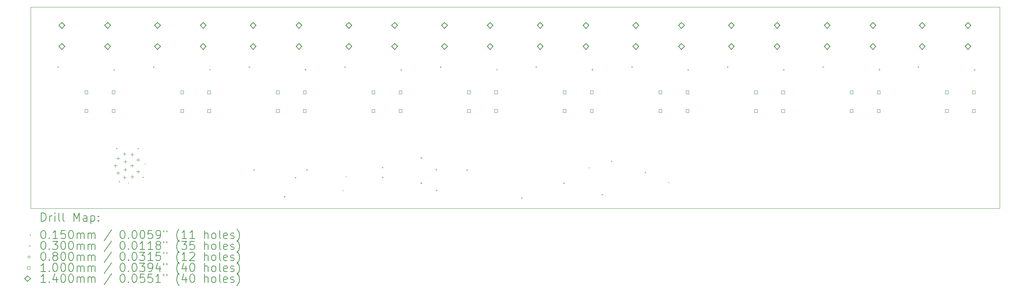
<source format=gbr>
%TF.GenerationSoftware,KiCad,Pcbnew,9.0.0*%
%TF.CreationDate,2025-04-14T19:05:31-07:00*%
%TF.ProjectId,solenoid_10,736f6c65-6e6f-4696-945f-31302e6b6963,rev?*%
%TF.SameCoordinates,Original*%
%TF.FileFunction,Drillmap*%
%TF.FilePolarity,Positive*%
%FSLAX45Y45*%
G04 Gerber Fmt 4.5, Leading zero omitted, Abs format (unit mm)*
G04 Created by KiCad (PCBNEW 9.0.0) date 2025-04-14 19:05:31*
%MOMM*%
%LPD*%
G01*
G04 APERTURE LIST*
%ADD10C,0.050000*%
%ADD11C,0.200000*%
%ADD12C,0.100000*%
%ADD13C,0.140000*%
G04 APERTURE END LIST*
D10*
X10670000Y-6475000D02*
X33970000Y-6475000D01*
X33970000Y-11325000D01*
X10670000Y-11325000D01*
X10670000Y-6475000D01*
D11*
D12*
X12727500Y-9877500D02*
X12742500Y-9892500D01*
X12742500Y-9877500D02*
X12727500Y-9892500D01*
X12792500Y-10677500D02*
X12807500Y-10692500D01*
X12807500Y-10677500D02*
X12792500Y-10692500D01*
X13012500Y-10707500D02*
X13027500Y-10722500D01*
X13027500Y-10707500D02*
X13012500Y-10722500D01*
X13242500Y-9877500D02*
X13257500Y-9892500D01*
X13257500Y-9877500D02*
X13242500Y-9892500D01*
X13362500Y-10572500D02*
X13377500Y-10587500D01*
X13377500Y-10572500D02*
X13362500Y-10587500D01*
X13412500Y-10247500D02*
X13427500Y-10262500D01*
X13427500Y-10247500D02*
X13412500Y-10262500D01*
X18172500Y-10887500D02*
X18187500Y-10902500D01*
X18187500Y-10887500D02*
X18172500Y-10902500D01*
X18251250Y-10548750D02*
X18266250Y-10563750D01*
X18266250Y-10548750D02*
X18251250Y-10563750D01*
X24092500Y-10342500D02*
X24107500Y-10357500D01*
X24107500Y-10342500D02*
X24092500Y-10357500D01*
X24622500Y-10182500D02*
X24637500Y-10197500D01*
X24637500Y-10182500D02*
X24622500Y-10197500D01*
X26002500Y-10692500D02*
X26017500Y-10707500D01*
X26017500Y-10692500D02*
X26002500Y-10707500D01*
X11345000Y-7925000D02*
G75*
G02*
X11315000Y-7925000I-15000J0D01*
G01*
X11315000Y-7925000D02*
G75*
G02*
X11345000Y-7925000I15000J0D01*
G01*
X12695000Y-7990000D02*
G75*
G02*
X12665000Y-7990000I-15000J0D01*
G01*
X12665000Y-7990000D02*
G75*
G02*
X12695000Y-7990000I15000J0D01*
G01*
X13645000Y-7925000D02*
G75*
G02*
X13615000Y-7925000I-15000J0D01*
G01*
X13615000Y-7925000D02*
G75*
G02*
X13645000Y-7925000I15000J0D01*
G01*
X14995000Y-7990000D02*
G75*
G02*
X14965000Y-7990000I-15000J0D01*
G01*
X14965000Y-7990000D02*
G75*
G02*
X14995000Y-7990000I15000J0D01*
G01*
X15945000Y-7925000D02*
G75*
G02*
X15915000Y-7925000I-15000J0D01*
G01*
X15915000Y-7925000D02*
G75*
G02*
X15945000Y-7925000I15000J0D01*
G01*
X16060000Y-10410000D02*
G75*
G02*
X16030000Y-10410000I-15000J0D01*
G01*
X16030000Y-10410000D02*
G75*
G02*
X16060000Y-10410000I15000J0D01*
G01*
X16795000Y-11050000D02*
G75*
G02*
X16765000Y-11050000I-15000J0D01*
G01*
X16765000Y-11050000D02*
G75*
G02*
X16795000Y-11050000I15000J0D01*
G01*
X17055000Y-10590000D02*
G75*
G02*
X17025000Y-10590000I-15000J0D01*
G01*
X17025000Y-10590000D02*
G75*
G02*
X17055000Y-10590000I15000J0D01*
G01*
X17295000Y-7990000D02*
G75*
G02*
X17265000Y-7990000I-15000J0D01*
G01*
X17265000Y-7990000D02*
G75*
G02*
X17295000Y-7990000I15000J0D01*
G01*
X17330000Y-10405000D02*
G75*
G02*
X17300000Y-10405000I-15000J0D01*
G01*
X17300000Y-10405000D02*
G75*
G02*
X17330000Y-10405000I15000J0D01*
G01*
X18245000Y-7925000D02*
G75*
G02*
X18215000Y-7925000I-15000J0D01*
G01*
X18215000Y-7925000D02*
G75*
G02*
X18245000Y-7925000I15000J0D01*
G01*
X19145000Y-10350000D02*
G75*
G02*
X19115000Y-10350000I-15000J0D01*
G01*
X19115000Y-10350000D02*
G75*
G02*
X19145000Y-10350000I15000J0D01*
G01*
X19150000Y-10585000D02*
G75*
G02*
X19120000Y-10585000I-15000J0D01*
G01*
X19120000Y-10585000D02*
G75*
G02*
X19150000Y-10585000I15000J0D01*
G01*
X19595000Y-7990000D02*
G75*
G02*
X19565000Y-7990000I-15000J0D01*
G01*
X19565000Y-7990000D02*
G75*
G02*
X19595000Y-7990000I15000J0D01*
G01*
X20079500Y-10115500D02*
G75*
G02*
X20049500Y-10115500I-15000J0D01*
G01*
X20049500Y-10115500D02*
G75*
G02*
X20079500Y-10115500I15000J0D01*
G01*
X20080000Y-10725000D02*
G75*
G02*
X20050000Y-10725000I-15000J0D01*
G01*
X20050000Y-10725000D02*
G75*
G02*
X20080000Y-10725000I15000J0D01*
G01*
X20440000Y-10400000D02*
G75*
G02*
X20410000Y-10400000I-15000J0D01*
G01*
X20410000Y-10400000D02*
G75*
G02*
X20440000Y-10400000I15000J0D01*
G01*
X20445000Y-10900000D02*
G75*
G02*
X20415000Y-10900000I-15000J0D01*
G01*
X20415000Y-10900000D02*
G75*
G02*
X20445000Y-10900000I15000J0D01*
G01*
X20545000Y-7925000D02*
G75*
G02*
X20515000Y-7925000I-15000J0D01*
G01*
X20515000Y-7925000D02*
G75*
G02*
X20545000Y-7925000I15000J0D01*
G01*
X21180000Y-10405000D02*
G75*
G02*
X21150000Y-10405000I-15000J0D01*
G01*
X21150000Y-10405000D02*
G75*
G02*
X21180000Y-10405000I15000J0D01*
G01*
X21895000Y-7990000D02*
G75*
G02*
X21865000Y-7990000I-15000J0D01*
G01*
X21865000Y-7990000D02*
G75*
G02*
X21895000Y-7990000I15000J0D01*
G01*
X22495000Y-11080000D02*
G75*
G02*
X22465000Y-11080000I-15000J0D01*
G01*
X22465000Y-11080000D02*
G75*
G02*
X22495000Y-11080000I15000J0D01*
G01*
X22845000Y-7925000D02*
G75*
G02*
X22815000Y-7925000I-15000J0D01*
G01*
X22815000Y-7925000D02*
G75*
G02*
X22845000Y-7925000I15000J0D01*
G01*
X23510000Y-10725000D02*
G75*
G02*
X23480000Y-10725000I-15000J0D01*
G01*
X23480000Y-10725000D02*
G75*
G02*
X23510000Y-10725000I15000J0D01*
G01*
X24195000Y-7990000D02*
G75*
G02*
X24165000Y-7990000I-15000J0D01*
G01*
X24165000Y-7990000D02*
G75*
G02*
X24195000Y-7990000I15000J0D01*
G01*
X24430000Y-11000000D02*
G75*
G02*
X24400000Y-11000000I-15000J0D01*
G01*
X24400000Y-11000000D02*
G75*
G02*
X24430000Y-11000000I15000J0D01*
G01*
X25145000Y-7925000D02*
G75*
G02*
X25115000Y-7925000I-15000J0D01*
G01*
X25115000Y-7925000D02*
G75*
G02*
X25145000Y-7925000I15000J0D01*
G01*
X25470000Y-10465000D02*
G75*
G02*
X25440000Y-10465000I-15000J0D01*
G01*
X25440000Y-10465000D02*
G75*
G02*
X25470000Y-10465000I15000J0D01*
G01*
X26495000Y-7990000D02*
G75*
G02*
X26465000Y-7990000I-15000J0D01*
G01*
X26465000Y-7990000D02*
G75*
G02*
X26495000Y-7990000I15000J0D01*
G01*
X27445000Y-7925000D02*
G75*
G02*
X27415000Y-7925000I-15000J0D01*
G01*
X27415000Y-7925000D02*
G75*
G02*
X27445000Y-7925000I15000J0D01*
G01*
X28795000Y-7990000D02*
G75*
G02*
X28765000Y-7990000I-15000J0D01*
G01*
X28765000Y-7990000D02*
G75*
G02*
X28795000Y-7990000I15000J0D01*
G01*
X29745000Y-7925000D02*
G75*
G02*
X29715000Y-7925000I-15000J0D01*
G01*
X29715000Y-7925000D02*
G75*
G02*
X29745000Y-7925000I15000J0D01*
G01*
X31095000Y-7990000D02*
G75*
G02*
X31065000Y-7990000I-15000J0D01*
G01*
X31065000Y-7990000D02*
G75*
G02*
X31095000Y-7990000I15000J0D01*
G01*
X32032500Y-7925000D02*
G75*
G02*
X32002500Y-7925000I-15000J0D01*
G01*
X32002500Y-7925000D02*
G75*
G02*
X32032500Y-7925000I15000J0D01*
G01*
X33382500Y-7990000D02*
G75*
G02*
X33352500Y-7990000I-15000J0D01*
G01*
X33352500Y-7990000D02*
G75*
G02*
X33382500Y-7990000I15000J0D01*
G01*
X12710015Y-10259929D02*
X12710015Y-10339929D01*
X12670015Y-10299929D02*
X12750015Y-10299929D01*
X12770261Y-10436989D02*
X12770261Y-10516989D01*
X12730261Y-10476989D02*
X12810261Y-10476989D01*
X12770402Y-10082870D02*
X12770402Y-10162870D01*
X12730402Y-10122870D02*
X12810402Y-10122870D01*
X12926178Y-10540439D02*
X12926178Y-10620439D01*
X12886178Y-10580439D02*
X12966178Y-10580439D01*
X12926319Y-9979562D02*
X12926319Y-10059562D01*
X12886319Y-10019562D02*
X12966319Y-10019562D01*
X12944987Y-10164682D02*
X12944987Y-10244682D01*
X12904987Y-10204682D02*
X12984987Y-10204682D01*
X12944987Y-10355318D02*
X12944987Y-10435318D01*
X12904987Y-10395318D02*
X12984987Y-10395318D01*
X13110026Y-10260000D02*
X13110026Y-10340000D01*
X13070026Y-10300000D02*
X13150026Y-10300000D01*
X13112713Y-10527145D02*
X13112713Y-10607145D01*
X13072713Y-10567145D02*
X13152713Y-10567145D01*
X13112854Y-9992855D02*
X13112854Y-10072855D01*
X13072854Y-10032855D02*
X13152854Y-10032855D01*
X13252437Y-10402836D02*
X13252437Y-10482836D01*
X13212437Y-10442836D02*
X13292437Y-10442836D01*
X13252508Y-10117377D02*
X13252508Y-10197377D01*
X13212508Y-10157377D02*
X13292508Y-10157377D01*
X12044193Y-8566306D02*
X12044193Y-8495594D01*
X11973482Y-8495594D01*
X11973482Y-8566306D01*
X12044193Y-8566306D01*
X12044193Y-9016306D02*
X12044193Y-8945594D01*
X11973482Y-8945594D01*
X11973482Y-9016306D01*
X12044193Y-9016306D01*
X12694193Y-8566306D02*
X12694193Y-8495594D01*
X12623482Y-8495594D01*
X12623482Y-8566306D01*
X12694193Y-8566306D01*
X12694193Y-9016306D02*
X12694193Y-8945594D01*
X12623482Y-8945594D01*
X12623482Y-9016306D01*
X12694193Y-9016306D01*
X14344193Y-8566306D02*
X14344193Y-8495594D01*
X14273482Y-8495594D01*
X14273482Y-8566306D01*
X14344193Y-8566306D01*
X14344193Y-9016306D02*
X14344193Y-8945594D01*
X14273482Y-8945594D01*
X14273482Y-9016306D01*
X14344193Y-9016306D01*
X14994193Y-8566306D02*
X14994193Y-8495594D01*
X14923482Y-8495594D01*
X14923482Y-8566306D01*
X14994193Y-8566306D01*
X14994193Y-9016306D02*
X14994193Y-8945594D01*
X14923482Y-8945594D01*
X14923482Y-9016306D01*
X14994193Y-9016306D01*
X16644193Y-8566306D02*
X16644193Y-8495594D01*
X16573482Y-8495594D01*
X16573482Y-8566306D01*
X16644193Y-8566306D01*
X16644193Y-9016306D02*
X16644193Y-8945594D01*
X16573482Y-8945594D01*
X16573482Y-9016306D01*
X16644193Y-9016306D01*
X17294193Y-8566306D02*
X17294193Y-8495594D01*
X17223482Y-8495594D01*
X17223482Y-8566306D01*
X17294193Y-8566306D01*
X17294193Y-9016306D02*
X17294193Y-8945594D01*
X17223482Y-8945594D01*
X17223482Y-9016306D01*
X17294193Y-9016306D01*
X18944193Y-8566306D02*
X18944193Y-8495594D01*
X18873482Y-8495594D01*
X18873482Y-8566306D01*
X18944193Y-8566306D01*
X18944193Y-9016306D02*
X18944193Y-8945594D01*
X18873482Y-8945594D01*
X18873482Y-9016306D01*
X18944193Y-9016306D01*
X19594193Y-8566306D02*
X19594193Y-8495594D01*
X19523482Y-8495594D01*
X19523482Y-8566306D01*
X19594193Y-8566306D01*
X19594193Y-9016306D02*
X19594193Y-8945594D01*
X19523482Y-8945594D01*
X19523482Y-9016306D01*
X19594193Y-9016306D01*
X21244193Y-8566306D02*
X21244193Y-8495594D01*
X21173482Y-8495594D01*
X21173482Y-8566306D01*
X21244193Y-8566306D01*
X21244193Y-9016306D02*
X21244193Y-8945594D01*
X21173482Y-8945594D01*
X21173482Y-9016306D01*
X21244193Y-9016306D01*
X21894193Y-8566306D02*
X21894193Y-8495594D01*
X21823482Y-8495594D01*
X21823482Y-8566306D01*
X21894193Y-8566306D01*
X21894193Y-9016306D02*
X21894193Y-8945594D01*
X21823482Y-8945594D01*
X21823482Y-9016306D01*
X21894193Y-9016306D01*
X23544193Y-8566306D02*
X23544193Y-8495594D01*
X23473482Y-8495594D01*
X23473482Y-8566306D01*
X23544193Y-8566306D01*
X23544193Y-9016306D02*
X23544193Y-8945594D01*
X23473482Y-8945594D01*
X23473482Y-9016306D01*
X23544193Y-9016306D01*
X24194193Y-8566306D02*
X24194193Y-8495594D01*
X24123482Y-8495594D01*
X24123482Y-8566306D01*
X24194193Y-8566306D01*
X24194193Y-9016306D02*
X24194193Y-8945594D01*
X24123482Y-8945594D01*
X24123482Y-9016306D01*
X24194193Y-9016306D01*
X25844193Y-8566306D02*
X25844193Y-8495594D01*
X25773482Y-8495594D01*
X25773482Y-8566306D01*
X25844193Y-8566306D01*
X25844193Y-9016306D02*
X25844193Y-8945594D01*
X25773482Y-8945594D01*
X25773482Y-9016306D01*
X25844193Y-9016306D01*
X26494193Y-8566306D02*
X26494193Y-8495594D01*
X26423482Y-8495594D01*
X26423482Y-8566306D01*
X26494193Y-8566306D01*
X26494193Y-9016306D02*
X26494193Y-8945594D01*
X26423482Y-8945594D01*
X26423482Y-9016306D01*
X26494193Y-9016306D01*
X28144193Y-8566306D02*
X28144193Y-8495594D01*
X28073482Y-8495594D01*
X28073482Y-8566306D01*
X28144193Y-8566306D01*
X28144193Y-9016306D02*
X28144193Y-8945594D01*
X28073482Y-8945594D01*
X28073482Y-9016306D01*
X28144193Y-9016306D01*
X28794193Y-8566306D02*
X28794193Y-8495594D01*
X28723482Y-8495594D01*
X28723482Y-8566306D01*
X28794193Y-8566306D01*
X28794193Y-9016306D02*
X28794193Y-8945594D01*
X28723482Y-8945594D01*
X28723482Y-9016306D01*
X28794193Y-9016306D01*
X30444193Y-8566306D02*
X30444193Y-8495594D01*
X30373482Y-8495594D01*
X30373482Y-8566306D01*
X30444193Y-8566306D01*
X30444193Y-9016306D02*
X30444193Y-8945594D01*
X30373482Y-8945594D01*
X30373482Y-9016306D01*
X30444193Y-9016306D01*
X31094193Y-8566306D02*
X31094193Y-8495594D01*
X31023482Y-8495594D01*
X31023482Y-8566306D01*
X31094193Y-8566306D01*
X31094193Y-9016306D02*
X31094193Y-8945594D01*
X31023482Y-8945594D01*
X31023482Y-9016306D01*
X31094193Y-9016306D01*
X32731693Y-8566306D02*
X32731693Y-8495594D01*
X32660982Y-8495594D01*
X32660982Y-8566306D01*
X32731693Y-8566306D01*
X32731693Y-9016306D02*
X32731693Y-8945594D01*
X32660982Y-8945594D01*
X32660982Y-9016306D01*
X32731693Y-9016306D01*
X33381693Y-8566306D02*
X33381693Y-8495594D01*
X33310982Y-8495594D01*
X33310982Y-8566306D01*
X33381693Y-8566306D01*
X33381693Y-9016306D02*
X33381693Y-8945594D01*
X33310982Y-8945594D01*
X33310982Y-9016306D01*
X33381693Y-9016306D01*
D13*
X11421337Y-6991950D02*
X11491337Y-6921950D01*
X11421337Y-6851950D01*
X11351337Y-6921950D01*
X11421337Y-6991950D01*
X11421337Y-7499950D02*
X11491337Y-7429950D01*
X11421337Y-7359950D01*
X11351337Y-7429950D01*
X11421337Y-7499950D01*
X12521337Y-6991950D02*
X12591337Y-6921950D01*
X12521337Y-6851950D01*
X12451337Y-6921950D01*
X12521337Y-6991950D01*
X12521337Y-7499950D02*
X12591337Y-7429950D01*
X12521337Y-7359950D01*
X12451337Y-7429950D01*
X12521337Y-7499950D01*
X13721338Y-6991950D02*
X13791338Y-6921950D01*
X13721338Y-6851950D01*
X13651338Y-6921950D01*
X13721338Y-6991950D01*
X13721338Y-7499950D02*
X13791338Y-7429950D01*
X13721338Y-7359950D01*
X13651338Y-7429950D01*
X13721338Y-7499950D01*
X14821338Y-6991950D02*
X14891338Y-6921950D01*
X14821338Y-6851950D01*
X14751338Y-6921950D01*
X14821338Y-6991950D01*
X14821338Y-7499950D02*
X14891338Y-7429950D01*
X14821338Y-7359950D01*
X14751338Y-7429950D01*
X14821338Y-7499950D01*
X16021338Y-6991950D02*
X16091338Y-6921950D01*
X16021338Y-6851950D01*
X15951338Y-6921950D01*
X16021338Y-6991950D01*
X16021338Y-7499950D02*
X16091338Y-7429950D01*
X16021338Y-7359950D01*
X15951338Y-7429950D01*
X16021338Y-7499950D01*
X17121338Y-6991950D02*
X17191338Y-6921950D01*
X17121338Y-6851950D01*
X17051338Y-6921950D01*
X17121338Y-6991950D01*
X17121338Y-7499950D02*
X17191338Y-7429950D01*
X17121338Y-7359950D01*
X17051338Y-7429950D01*
X17121338Y-7499950D01*
X18321338Y-6991950D02*
X18391338Y-6921950D01*
X18321338Y-6851950D01*
X18251338Y-6921950D01*
X18321338Y-6991950D01*
X18321338Y-7499950D02*
X18391338Y-7429950D01*
X18321338Y-7359950D01*
X18251338Y-7429950D01*
X18321338Y-7499950D01*
X19421338Y-6991950D02*
X19491338Y-6921950D01*
X19421338Y-6851950D01*
X19351338Y-6921950D01*
X19421338Y-6991950D01*
X19421338Y-7499950D02*
X19491338Y-7429950D01*
X19421338Y-7359950D01*
X19351338Y-7429950D01*
X19421338Y-7499950D01*
X20621338Y-6991950D02*
X20691338Y-6921950D01*
X20621338Y-6851950D01*
X20551338Y-6921950D01*
X20621338Y-6991950D01*
X20621338Y-7499950D02*
X20691338Y-7429950D01*
X20621338Y-7359950D01*
X20551338Y-7429950D01*
X20621338Y-7499950D01*
X21721338Y-6991950D02*
X21791338Y-6921950D01*
X21721338Y-6851950D01*
X21651338Y-6921950D01*
X21721338Y-6991950D01*
X21721338Y-7499950D02*
X21791338Y-7429950D01*
X21721338Y-7359950D01*
X21651338Y-7429950D01*
X21721338Y-7499950D01*
X22921338Y-6991950D02*
X22991338Y-6921950D01*
X22921338Y-6851950D01*
X22851338Y-6921950D01*
X22921338Y-6991950D01*
X22921338Y-7499950D02*
X22991338Y-7429950D01*
X22921338Y-7359950D01*
X22851338Y-7429950D01*
X22921338Y-7499950D01*
X24021338Y-6991950D02*
X24091338Y-6921950D01*
X24021338Y-6851950D01*
X23951338Y-6921950D01*
X24021338Y-6991950D01*
X24021338Y-7499950D02*
X24091338Y-7429950D01*
X24021338Y-7359950D01*
X23951338Y-7429950D01*
X24021338Y-7499950D01*
X25221338Y-6991950D02*
X25291338Y-6921950D01*
X25221338Y-6851950D01*
X25151338Y-6921950D01*
X25221338Y-6991950D01*
X25221338Y-7499950D02*
X25291338Y-7429950D01*
X25221338Y-7359950D01*
X25151338Y-7429950D01*
X25221338Y-7499950D01*
X26321338Y-6991950D02*
X26391338Y-6921950D01*
X26321338Y-6851950D01*
X26251338Y-6921950D01*
X26321338Y-6991950D01*
X26321338Y-7499950D02*
X26391338Y-7429950D01*
X26321338Y-7359950D01*
X26251338Y-7429950D01*
X26321338Y-7499950D01*
X27521338Y-6991950D02*
X27591338Y-6921950D01*
X27521338Y-6851950D01*
X27451338Y-6921950D01*
X27521338Y-6991950D01*
X27521338Y-7499950D02*
X27591338Y-7429950D01*
X27521338Y-7359950D01*
X27451338Y-7429950D01*
X27521338Y-7499950D01*
X28621338Y-6991950D02*
X28691338Y-6921950D01*
X28621338Y-6851950D01*
X28551338Y-6921950D01*
X28621338Y-6991950D01*
X28621338Y-7499950D02*
X28691338Y-7429950D01*
X28621338Y-7359950D01*
X28551338Y-7429950D01*
X28621338Y-7499950D01*
X29821338Y-6991950D02*
X29891338Y-6921950D01*
X29821338Y-6851950D01*
X29751338Y-6921950D01*
X29821338Y-6991950D01*
X29821338Y-7499950D02*
X29891338Y-7429950D01*
X29821338Y-7359950D01*
X29751338Y-7429950D01*
X29821338Y-7499950D01*
X30921338Y-6991950D02*
X30991338Y-6921950D01*
X30921338Y-6851950D01*
X30851338Y-6921950D01*
X30921338Y-6991950D01*
X30921338Y-7499950D02*
X30991338Y-7429950D01*
X30921338Y-7359950D01*
X30851338Y-7429950D01*
X30921338Y-7499950D01*
X32108838Y-6991950D02*
X32178838Y-6921950D01*
X32108838Y-6851950D01*
X32038838Y-6921950D01*
X32108838Y-6991950D01*
X32108838Y-7499950D02*
X32178838Y-7429950D01*
X32108838Y-7359950D01*
X32038838Y-7429950D01*
X32108838Y-7499950D01*
X33208838Y-6991950D02*
X33278838Y-6921950D01*
X33208838Y-6851950D01*
X33138838Y-6921950D01*
X33208838Y-6991950D01*
X33208838Y-7499950D02*
X33278838Y-7429950D01*
X33208838Y-7359950D01*
X33138838Y-7429950D01*
X33208838Y-7499950D01*
D11*
X10928277Y-11638984D02*
X10928277Y-11438984D01*
X10928277Y-11438984D02*
X10975896Y-11438984D01*
X10975896Y-11438984D02*
X11004467Y-11448508D01*
X11004467Y-11448508D02*
X11023515Y-11467555D01*
X11023515Y-11467555D02*
X11033039Y-11486603D01*
X11033039Y-11486603D02*
X11042563Y-11524698D01*
X11042563Y-11524698D02*
X11042563Y-11553269D01*
X11042563Y-11553269D02*
X11033039Y-11591365D01*
X11033039Y-11591365D02*
X11023515Y-11610412D01*
X11023515Y-11610412D02*
X11004467Y-11629460D01*
X11004467Y-11629460D02*
X10975896Y-11638984D01*
X10975896Y-11638984D02*
X10928277Y-11638984D01*
X11128277Y-11638984D02*
X11128277Y-11505650D01*
X11128277Y-11543746D02*
X11137801Y-11524698D01*
X11137801Y-11524698D02*
X11147324Y-11515174D01*
X11147324Y-11515174D02*
X11166372Y-11505650D01*
X11166372Y-11505650D02*
X11185420Y-11505650D01*
X11252086Y-11638984D02*
X11252086Y-11505650D01*
X11252086Y-11438984D02*
X11242562Y-11448508D01*
X11242562Y-11448508D02*
X11252086Y-11458031D01*
X11252086Y-11458031D02*
X11261610Y-11448508D01*
X11261610Y-11448508D02*
X11252086Y-11438984D01*
X11252086Y-11438984D02*
X11252086Y-11458031D01*
X11375896Y-11638984D02*
X11356848Y-11629460D01*
X11356848Y-11629460D02*
X11347324Y-11610412D01*
X11347324Y-11610412D02*
X11347324Y-11438984D01*
X11480658Y-11638984D02*
X11461610Y-11629460D01*
X11461610Y-11629460D02*
X11452086Y-11610412D01*
X11452086Y-11610412D02*
X11452086Y-11438984D01*
X11709229Y-11638984D02*
X11709229Y-11438984D01*
X11709229Y-11438984D02*
X11775896Y-11581841D01*
X11775896Y-11581841D02*
X11842562Y-11438984D01*
X11842562Y-11438984D02*
X11842562Y-11638984D01*
X12023515Y-11638984D02*
X12023515Y-11534222D01*
X12023515Y-11534222D02*
X12013991Y-11515174D01*
X12013991Y-11515174D02*
X11994943Y-11505650D01*
X11994943Y-11505650D02*
X11956848Y-11505650D01*
X11956848Y-11505650D02*
X11937801Y-11515174D01*
X12023515Y-11629460D02*
X12004467Y-11638984D01*
X12004467Y-11638984D02*
X11956848Y-11638984D01*
X11956848Y-11638984D02*
X11937801Y-11629460D01*
X11937801Y-11629460D02*
X11928277Y-11610412D01*
X11928277Y-11610412D02*
X11928277Y-11591365D01*
X11928277Y-11591365D02*
X11937801Y-11572317D01*
X11937801Y-11572317D02*
X11956848Y-11562793D01*
X11956848Y-11562793D02*
X12004467Y-11562793D01*
X12004467Y-11562793D02*
X12023515Y-11553269D01*
X12118753Y-11505650D02*
X12118753Y-11705650D01*
X12118753Y-11515174D02*
X12137801Y-11505650D01*
X12137801Y-11505650D02*
X12175896Y-11505650D01*
X12175896Y-11505650D02*
X12194943Y-11515174D01*
X12194943Y-11515174D02*
X12204467Y-11524698D01*
X12204467Y-11524698D02*
X12213991Y-11543746D01*
X12213991Y-11543746D02*
X12213991Y-11600888D01*
X12213991Y-11600888D02*
X12204467Y-11619936D01*
X12204467Y-11619936D02*
X12194943Y-11629460D01*
X12194943Y-11629460D02*
X12175896Y-11638984D01*
X12175896Y-11638984D02*
X12137801Y-11638984D01*
X12137801Y-11638984D02*
X12118753Y-11629460D01*
X12299705Y-11619936D02*
X12309229Y-11629460D01*
X12309229Y-11629460D02*
X12299705Y-11638984D01*
X12299705Y-11638984D02*
X12290182Y-11629460D01*
X12290182Y-11629460D02*
X12299705Y-11619936D01*
X12299705Y-11619936D02*
X12299705Y-11638984D01*
X12299705Y-11515174D02*
X12309229Y-11524698D01*
X12309229Y-11524698D02*
X12299705Y-11534222D01*
X12299705Y-11534222D02*
X12290182Y-11524698D01*
X12290182Y-11524698D02*
X12299705Y-11515174D01*
X12299705Y-11515174D02*
X12299705Y-11534222D01*
D12*
X10652500Y-11960000D02*
X10667500Y-11975000D01*
X10667500Y-11960000D02*
X10652500Y-11975000D01*
D11*
X10966372Y-11858984D02*
X10985420Y-11858984D01*
X10985420Y-11858984D02*
X11004467Y-11868508D01*
X11004467Y-11868508D02*
X11013991Y-11878031D01*
X11013991Y-11878031D02*
X11023515Y-11897079D01*
X11023515Y-11897079D02*
X11033039Y-11935174D01*
X11033039Y-11935174D02*
X11033039Y-11982793D01*
X11033039Y-11982793D02*
X11023515Y-12020888D01*
X11023515Y-12020888D02*
X11013991Y-12039936D01*
X11013991Y-12039936D02*
X11004467Y-12049460D01*
X11004467Y-12049460D02*
X10985420Y-12058984D01*
X10985420Y-12058984D02*
X10966372Y-12058984D01*
X10966372Y-12058984D02*
X10947324Y-12049460D01*
X10947324Y-12049460D02*
X10937801Y-12039936D01*
X10937801Y-12039936D02*
X10928277Y-12020888D01*
X10928277Y-12020888D02*
X10918753Y-11982793D01*
X10918753Y-11982793D02*
X10918753Y-11935174D01*
X10918753Y-11935174D02*
X10928277Y-11897079D01*
X10928277Y-11897079D02*
X10937801Y-11878031D01*
X10937801Y-11878031D02*
X10947324Y-11868508D01*
X10947324Y-11868508D02*
X10966372Y-11858984D01*
X11118753Y-12039936D02*
X11128277Y-12049460D01*
X11128277Y-12049460D02*
X11118753Y-12058984D01*
X11118753Y-12058984D02*
X11109229Y-12049460D01*
X11109229Y-12049460D02*
X11118753Y-12039936D01*
X11118753Y-12039936D02*
X11118753Y-12058984D01*
X11318753Y-12058984D02*
X11204467Y-12058984D01*
X11261610Y-12058984D02*
X11261610Y-11858984D01*
X11261610Y-11858984D02*
X11242562Y-11887555D01*
X11242562Y-11887555D02*
X11223515Y-11906603D01*
X11223515Y-11906603D02*
X11204467Y-11916127D01*
X11499705Y-11858984D02*
X11404467Y-11858984D01*
X11404467Y-11858984D02*
X11394943Y-11954222D01*
X11394943Y-11954222D02*
X11404467Y-11944698D01*
X11404467Y-11944698D02*
X11423515Y-11935174D01*
X11423515Y-11935174D02*
X11471134Y-11935174D01*
X11471134Y-11935174D02*
X11490182Y-11944698D01*
X11490182Y-11944698D02*
X11499705Y-11954222D01*
X11499705Y-11954222D02*
X11509229Y-11973269D01*
X11509229Y-11973269D02*
X11509229Y-12020888D01*
X11509229Y-12020888D02*
X11499705Y-12039936D01*
X11499705Y-12039936D02*
X11490182Y-12049460D01*
X11490182Y-12049460D02*
X11471134Y-12058984D01*
X11471134Y-12058984D02*
X11423515Y-12058984D01*
X11423515Y-12058984D02*
X11404467Y-12049460D01*
X11404467Y-12049460D02*
X11394943Y-12039936D01*
X11633039Y-11858984D02*
X11652086Y-11858984D01*
X11652086Y-11858984D02*
X11671134Y-11868508D01*
X11671134Y-11868508D02*
X11680658Y-11878031D01*
X11680658Y-11878031D02*
X11690182Y-11897079D01*
X11690182Y-11897079D02*
X11699705Y-11935174D01*
X11699705Y-11935174D02*
X11699705Y-11982793D01*
X11699705Y-11982793D02*
X11690182Y-12020888D01*
X11690182Y-12020888D02*
X11680658Y-12039936D01*
X11680658Y-12039936D02*
X11671134Y-12049460D01*
X11671134Y-12049460D02*
X11652086Y-12058984D01*
X11652086Y-12058984D02*
X11633039Y-12058984D01*
X11633039Y-12058984D02*
X11613991Y-12049460D01*
X11613991Y-12049460D02*
X11604467Y-12039936D01*
X11604467Y-12039936D02*
X11594943Y-12020888D01*
X11594943Y-12020888D02*
X11585420Y-11982793D01*
X11585420Y-11982793D02*
X11585420Y-11935174D01*
X11585420Y-11935174D02*
X11594943Y-11897079D01*
X11594943Y-11897079D02*
X11604467Y-11878031D01*
X11604467Y-11878031D02*
X11613991Y-11868508D01*
X11613991Y-11868508D02*
X11633039Y-11858984D01*
X11785420Y-12058984D02*
X11785420Y-11925650D01*
X11785420Y-11944698D02*
X11794943Y-11935174D01*
X11794943Y-11935174D02*
X11813991Y-11925650D01*
X11813991Y-11925650D02*
X11842563Y-11925650D01*
X11842563Y-11925650D02*
X11861610Y-11935174D01*
X11861610Y-11935174D02*
X11871134Y-11954222D01*
X11871134Y-11954222D02*
X11871134Y-12058984D01*
X11871134Y-11954222D02*
X11880658Y-11935174D01*
X11880658Y-11935174D02*
X11899705Y-11925650D01*
X11899705Y-11925650D02*
X11928277Y-11925650D01*
X11928277Y-11925650D02*
X11947324Y-11935174D01*
X11947324Y-11935174D02*
X11956848Y-11954222D01*
X11956848Y-11954222D02*
X11956848Y-12058984D01*
X12052086Y-12058984D02*
X12052086Y-11925650D01*
X12052086Y-11944698D02*
X12061610Y-11935174D01*
X12061610Y-11935174D02*
X12080658Y-11925650D01*
X12080658Y-11925650D02*
X12109229Y-11925650D01*
X12109229Y-11925650D02*
X12128277Y-11935174D01*
X12128277Y-11935174D02*
X12137801Y-11954222D01*
X12137801Y-11954222D02*
X12137801Y-12058984D01*
X12137801Y-11954222D02*
X12147324Y-11935174D01*
X12147324Y-11935174D02*
X12166372Y-11925650D01*
X12166372Y-11925650D02*
X12194943Y-11925650D01*
X12194943Y-11925650D02*
X12213991Y-11935174D01*
X12213991Y-11935174D02*
X12223515Y-11954222D01*
X12223515Y-11954222D02*
X12223515Y-12058984D01*
X12613991Y-11849460D02*
X12442563Y-12106603D01*
X12871134Y-11858984D02*
X12890182Y-11858984D01*
X12890182Y-11858984D02*
X12909229Y-11868508D01*
X12909229Y-11868508D02*
X12918753Y-11878031D01*
X12918753Y-11878031D02*
X12928277Y-11897079D01*
X12928277Y-11897079D02*
X12937801Y-11935174D01*
X12937801Y-11935174D02*
X12937801Y-11982793D01*
X12937801Y-11982793D02*
X12928277Y-12020888D01*
X12928277Y-12020888D02*
X12918753Y-12039936D01*
X12918753Y-12039936D02*
X12909229Y-12049460D01*
X12909229Y-12049460D02*
X12890182Y-12058984D01*
X12890182Y-12058984D02*
X12871134Y-12058984D01*
X12871134Y-12058984D02*
X12852086Y-12049460D01*
X12852086Y-12049460D02*
X12842563Y-12039936D01*
X12842563Y-12039936D02*
X12833039Y-12020888D01*
X12833039Y-12020888D02*
X12823515Y-11982793D01*
X12823515Y-11982793D02*
X12823515Y-11935174D01*
X12823515Y-11935174D02*
X12833039Y-11897079D01*
X12833039Y-11897079D02*
X12842563Y-11878031D01*
X12842563Y-11878031D02*
X12852086Y-11868508D01*
X12852086Y-11868508D02*
X12871134Y-11858984D01*
X13023515Y-12039936D02*
X13033039Y-12049460D01*
X13033039Y-12049460D02*
X13023515Y-12058984D01*
X13023515Y-12058984D02*
X13013991Y-12049460D01*
X13013991Y-12049460D02*
X13023515Y-12039936D01*
X13023515Y-12039936D02*
X13023515Y-12058984D01*
X13156848Y-11858984D02*
X13175896Y-11858984D01*
X13175896Y-11858984D02*
X13194944Y-11868508D01*
X13194944Y-11868508D02*
X13204467Y-11878031D01*
X13204467Y-11878031D02*
X13213991Y-11897079D01*
X13213991Y-11897079D02*
X13223515Y-11935174D01*
X13223515Y-11935174D02*
X13223515Y-11982793D01*
X13223515Y-11982793D02*
X13213991Y-12020888D01*
X13213991Y-12020888D02*
X13204467Y-12039936D01*
X13204467Y-12039936D02*
X13194944Y-12049460D01*
X13194944Y-12049460D02*
X13175896Y-12058984D01*
X13175896Y-12058984D02*
X13156848Y-12058984D01*
X13156848Y-12058984D02*
X13137801Y-12049460D01*
X13137801Y-12049460D02*
X13128277Y-12039936D01*
X13128277Y-12039936D02*
X13118753Y-12020888D01*
X13118753Y-12020888D02*
X13109229Y-11982793D01*
X13109229Y-11982793D02*
X13109229Y-11935174D01*
X13109229Y-11935174D02*
X13118753Y-11897079D01*
X13118753Y-11897079D02*
X13128277Y-11878031D01*
X13128277Y-11878031D02*
X13137801Y-11868508D01*
X13137801Y-11868508D02*
X13156848Y-11858984D01*
X13347325Y-11858984D02*
X13366372Y-11858984D01*
X13366372Y-11858984D02*
X13385420Y-11868508D01*
X13385420Y-11868508D02*
X13394944Y-11878031D01*
X13394944Y-11878031D02*
X13404467Y-11897079D01*
X13404467Y-11897079D02*
X13413991Y-11935174D01*
X13413991Y-11935174D02*
X13413991Y-11982793D01*
X13413991Y-11982793D02*
X13404467Y-12020888D01*
X13404467Y-12020888D02*
X13394944Y-12039936D01*
X13394944Y-12039936D02*
X13385420Y-12049460D01*
X13385420Y-12049460D02*
X13366372Y-12058984D01*
X13366372Y-12058984D02*
X13347325Y-12058984D01*
X13347325Y-12058984D02*
X13328277Y-12049460D01*
X13328277Y-12049460D02*
X13318753Y-12039936D01*
X13318753Y-12039936D02*
X13309229Y-12020888D01*
X13309229Y-12020888D02*
X13299706Y-11982793D01*
X13299706Y-11982793D02*
X13299706Y-11935174D01*
X13299706Y-11935174D02*
X13309229Y-11897079D01*
X13309229Y-11897079D02*
X13318753Y-11878031D01*
X13318753Y-11878031D02*
X13328277Y-11868508D01*
X13328277Y-11868508D02*
X13347325Y-11858984D01*
X13594944Y-11858984D02*
X13499706Y-11858984D01*
X13499706Y-11858984D02*
X13490182Y-11954222D01*
X13490182Y-11954222D02*
X13499706Y-11944698D01*
X13499706Y-11944698D02*
X13518753Y-11935174D01*
X13518753Y-11935174D02*
X13566372Y-11935174D01*
X13566372Y-11935174D02*
X13585420Y-11944698D01*
X13585420Y-11944698D02*
X13594944Y-11954222D01*
X13594944Y-11954222D02*
X13604467Y-11973269D01*
X13604467Y-11973269D02*
X13604467Y-12020888D01*
X13604467Y-12020888D02*
X13594944Y-12039936D01*
X13594944Y-12039936D02*
X13585420Y-12049460D01*
X13585420Y-12049460D02*
X13566372Y-12058984D01*
X13566372Y-12058984D02*
X13518753Y-12058984D01*
X13518753Y-12058984D02*
X13499706Y-12049460D01*
X13499706Y-12049460D02*
X13490182Y-12039936D01*
X13699706Y-12058984D02*
X13737801Y-12058984D01*
X13737801Y-12058984D02*
X13756848Y-12049460D01*
X13756848Y-12049460D02*
X13766372Y-12039936D01*
X13766372Y-12039936D02*
X13785420Y-12011365D01*
X13785420Y-12011365D02*
X13794944Y-11973269D01*
X13794944Y-11973269D02*
X13794944Y-11897079D01*
X13794944Y-11897079D02*
X13785420Y-11878031D01*
X13785420Y-11878031D02*
X13775896Y-11868508D01*
X13775896Y-11868508D02*
X13756848Y-11858984D01*
X13756848Y-11858984D02*
X13718753Y-11858984D01*
X13718753Y-11858984D02*
X13699706Y-11868508D01*
X13699706Y-11868508D02*
X13690182Y-11878031D01*
X13690182Y-11878031D02*
X13680658Y-11897079D01*
X13680658Y-11897079D02*
X13680658Y-11944698D01*
X13680658Y-11944698D02*
X13690182Y-11963746D01*
X13690182Y-11963746D02*
X13699706Y-11973269D01*
X13699706Y-11973269D02*
X13718753Y-11982793D01*
X13718753Y-11982793D02*
X13756848Y-11982793D01*
X13756848Y-11982793D02*
X13775896Y-11973269D01*
X13775896Y-11973269D02*
X13785420Y-11963746D01*
X13785420Y-11963746D02*
X13794944Y-11944698D01*
X13871134Y-11858984D02*
X13871134Y-11897079D01*
X13947325Y-11858984D02*
X13947325Y-11897079D01*
X14242563Y-12135174D02*
X14233039Y-12125650D01*
X14233039Y-12125650D02*
X14213991Y-12097079D01*
X14213991Y-12097079D02*
X14204468Y-12078031D01*
X14204468Y-12078031D02*
X14194944Y-12049460D01*
X14194944Y-12049460D02*
X14185420Y-12001841D01*
X14185420Y-12001841D02*
X14185420Y-11963746D01*
X14185420Y-11963746D02*
X14194944Y-11916127D01*
X14194944Y-11916127D02*
X14204468Y-11887555D01*
X14204468Y-11887555D02*
X14213991Y-11868508D01*
X14213991Y-11868508D02*
X14233039Y-11839936D01*
X14233039Y-11839936D02*
X14242563Y-11830412D01*
X14423515Y-12058984D02*
X14309229Y-12058984D01*
X14366372Y-12058984D02*
X14366372Y-11858984D01*
X14366372Y-11858984D02*
X14347325Y-11887555D01*
X14347325Y-11887555D02*
X14328277Y-11906603D01*
X14328277Y-11906603D02*
X14309229Y-11916127D01*
X14613991Y-12058984D02*
X14499706Y-12058984D01*
X14556848Y-12058984D02*
X14556848Y-11858984D01*
X14556848Y-11858984D02*
X14537801Y-11887555D01*
X14537801Y-11887555D02*
X14518753Y-11906603D01*
X14518753Y-11906603D02*
X14499706Y-11916127D01*
X14852087Y-12058984D02*
X14852087Y-11858984D01*
X14937801Y-12058984D02*
X14937801Y-11954222D01*
X14937801Y-11954222D02*
X14928277Y-11935174D01*
X14928277Y-11935174D02*
X14909230Y-11925650D01*
X14909230Y-11925650D02*
X14880658Y-11925650D01*
X14880658Y-11925650D02*
X14861610Y-11935174D01*
X14861610Y-11935174D02*
X14852087Y-11944698D01*
X15061610Y-12058984D02*
X15042563Y-12049460D01*
X15042563Y-12049460D02*
X15033039Y-12039936D01*
X15033039Y-12039936D02*
X15023515Y-12020888D01*
X15023515Y-12020888D02*
X15023515Y-11963746D01*
X15023515Y-11963746D02*
X15033039Y-11944698D01*
X15033039Y-11944698D02*
X15042563Y-11935174D01*
X15042563Y-11935174D02*
X15061610Y-11925650D01*
X15061610Y-11925650D02*
X15090182Y-11925650D01*
X15090182Y-11925650D02*
X15109230Y-11935174D01*
X15109230Y-11935174D02*
X15118753Y-11944698D01*
X15118753Y-11944698D02*
X15128277Y-11963746D01*
X15128277Y-11963746D02*
X15128277Y-12020888D01*
X15128277Y-12020888D02*
X15118753Y-12039936D01*
X15118753Y-12039936D02*
X15109230Y-12049460D01*
X15109230Y-12049460D02*
X15090182Y-12058984D01*
X15090182Y-12058984D02*
X15061610Y-12058984D01*
X15242563Y-12058984D02*
X15223515Y-12049460D01*
X15223515Y-12049460D02*
X15213991Y-12030412D01*
X15213991Y-12030412D02*
X15213991Y-11858984D01*
X15394944Y-12049460D02*
X15375896Y-12058984D01*
X15375896Y-12058984D02*
X15337801Y-12058984D01*
X15337801Y-12058984D02*
X15318753Y-12049460D01*
X15318753Y-12049460D02*
X15309230Y-12030412D01*
X15309230Y-12030412D02*
X15309230Y-11954222D01*
X15309230Y-11954222D02*
X15318753Y-11935174D01*
X15318753Y-11935174D02*
X15337801Y-11925650D01*
X15337801Y-11925650D02*
X15375896Y-11925650D01*
X15375896Y-11925650D02*
X15394944Y-11935174D01*
X15394944Y-11935174D02*
X15404468Y-11954222D01*
X15404468Y-11954222D02*
X15404468Y-11973269D01*
X15404468Y-11973269D02*
X15309230Y-11992317D01*
X15480658Y-12049460D02*
X15499706Y-12058984D01*
X15499706Y-12058984D02*
X15537801Y-12058984D01*
X15537801Y-12058984D02*
X15556849Y-12049460D01*
X15556849Y-12049460D02*
X15566372Y-12030412D01*
X15566372Y-12030412D02*
X15566372Y-12020888D01*
X15566372Y-12020888D02*
X15556849Y-12001841D01*
X15556849Y-12001841D02*
X15537801Y-11992317D01*
X15537801Y-11992317D02*
X15509230Y-11992317D01*
X15509230Y-11992317D02*
X15490182Y-11982793D01*
X15490182Y-11982793D02*
X15480658Y-11963746D01*
X15480658Y-11963746D02*
X15480658Y-11954222D01*
X15480658Y-11954222D02*
X15490182Y-11935174D01*
X15490182Y-11935174D02*
X15509230Y-11925650D01*
X15509230Y-11925650D02*
X15537801Y-11925650D01*
X15537801Y-11925650D02*
X15556849Y-11935174D01*
X15633039Y-12135174D02*
X15642563Y-12125650D01*
X15642563Y-12125650D02*
X15661611Y-12097079D01*
X15661611Y-12097079D02*
X15671134Y-12078031D01*
X15671134Y-12078031D02*
X15680658Y-12049460D01*
X15680658Y-12049460D02*
X15690182Y-12001841D01*
X15690182Y-12001841D02*
X15690182Y-11963746D01*
X15690182Y-11963746D02*
X15680658Y-11916127D01*
X15680658Y-11916127D02*
X15671134Y-11887555D01*
X15671134Y-11887555D02*
X15661611Y-11868508D01*
X15661611Y-11868508D02*
X15642563Y-11839936D01*
X15642563Y-11839936D02*
X15633039Y-11830412D01*
D12*
X10667500Y-12231500D02*
G75*
G02*
X10637500Y-12231500I-15000J0D01*
G01*
X10637500Y-12231500D02*
G75*
G02*
X10667500Y-12231500I15000J0D01*
G01*
D11*
X10966372Y-12122984D02*
X10985420Y-12122984D01*
X10985420Y-12122984D02*
X11004467Y-12132508D01*
X11004467Y-12132508D02*
X11013991Y-12142031D01*
X11013991Y-12142031D02*
X11023515Y-12161079D01*
X11023515Y-12161079D02*
X11033039Y-12199174D01*
X11033039Y-12199174D02*
X11033039Y-12246793D01*
X11033039Y-12246793D02*
X11023515Y-12284888D01*
X11023515Y-12284888D02*
X11013991Y-12303936D01*
X11013991Y-12303936D02*
X11004467Y-12313460D01*
X11004467Y-12313460D02*
X10985420Y-12322984D01*
X10985420Y-12322984D02*
X10966372Y-12322984D01*
X10966372Y-12322984D02*
X10947324Y-12313460D01*
X10947324Y-12313460D02*
X10937801Y-12303936D01*
X10937801Y-12303936D02*
X10928277Y-12284888D01*
X10928277Y-12284888D02*
X10918753Y-12246793D01*
X10918753Y-12246793D02*
X10918753Y-12199174D01*
X10918753Y-12199174D02*
X10928277Y-12161079D01*
X10928277Y-12161079D02*
X10937801Y-12142031D01*
X10937801Y-12142031D02*
X10947324Y-12132508D01*
X10947324Y-12132508D02*
X10966372Y-12122984D01*
X11118753Y-12303936D02*
X11128277Y-12313460D01*
X11128277Y-12313460D02*
X11118753Y-12322984D01*
X11118753Y-12322984D02*
X11109229Y-12313460D01*
X11109229Y-12313460D02*
X11118753Y-12303936D01*
X11118753Y-12303936D02*
X11118753Y-12322984D01*
X11194943Y-12122984D02*
X11318753Y-12122984D01*
X11318753Y-12122984D02*
X11252086Y-12199174D01*
X11252086Y-12199174D02*
X11280658Y-12199174D01*
X11280658Y-12199174D02*
X11299705Y-12208698D01*
X11299705Y-12208698D02*
X11309229Y-12218222D01*
X11309229Y-12218222D02*
X11318753Y-12237269D01*
X11318753Y-12237269D02*
X11318753Y-12284888D01*
X11318753Y-12284888D02*
X11309229Y-12303936D01*
X11309229Y-12303936D02*
X11299705Y-12313460D01*
X11299705Y-12313460D02*
X11280658Y-12322984D01*
X11280658Y-12322984D02*
X11223515Y-12322984D01*
X11223515Y-12322984D02*
X11204467Y-12313460D01*
X11204467Y-12313460D02*
X11194943Y-12303936D01*
X11442562Y-12122984D02*
X11461610Y-12122984D01*
X11461610Y-12122984D02*
X11480658Y-12132508D01*
X11480658Y-12132508D02*
X11490182Y-12142031D01*
X11490182Y-12142031D02*
X11499705Y-12161079D01*
X11499705Y-12161079D02*
X11509229Y-12199174D01*
X11509229Y-12199174D02*
X11509229Y-12246793D01*
X11509229Y-12246793D02*
X11499705Y-12284888D01*
X11499705Y-12284888D02*
X11490182Y-12303936D01*
X11490182Y-12303936D02*
X11480658Y-12313460D01*
X11480658Y-12313460D02*
X11461610Y-12322984D01*
X11461610Y-12322984D02*
X11442562Y-12322984D01*
X11442562Y-12322984D02*
X11423515Y-12313460D01*
X11423515Y-12313460D02*
X11413991Y-12303936D01*
X11413991Y-12303936D02*
X11404467Y-12284888D01*
X11404467Y-12284888D02*
X11394943Y-12246793D01*
X11394943Y-12246793D02*
X11394943Y-12199174D01*
X11394943Y-12199174D02*
X11404467Y-12161079D01*
X11404467Y-12161079D02*
X11413991Y-12142031D01*
X11413991Y-12142031D02*
X11423515Y-12132508D01*
X11423515Y-12132508D02*
X11442562Y-12122984D01*
X11633039Y-12122984D02*
X11652086Y-12122984D01*
X11652086Y-12122984D02*
X11671134Y-12132508D01*
X11671134Y-12132508D02*
X11680658Y-12142031D01*
X11680658Y-12142031D02*
X11690182Y-12161079D01*
X11690182Y-12161079D02*
X11699705Y-12199174D01*
X11699705Y-12199174D02*
X11699705Y-12246793D01*
X11699705Y-12246793D02*
X11690182Y-12284888D01*
X11690182Y-12284888D02*
X11680658Y-12303936D01*
X11680658Y-12303936D02*
X11671134Y-12313460D01*
X11671134Y-12313460D02*
X11652086Y-12322984D01*
X11652086Y-12322984D02*
X11633039Y-12322984D01*
X11633039Y-12322984D02*
X11613991Y-12313460D01*
X11613991Y-12313460D02*
X11604467Y-12303936D01*
X11604467Y-12303936D02*
X11594943Y-12284888D01*
X11594943Y-12284888D02*
X11585420Y-12246793D01*
X11585420Y-12246793D02*
X11585420Y-12199174D01*
X11585420Y-12199174D02*
X11594943Y-12161079D01*
X11594943Y-12161079D02*
X11604467Y-12142031D01*
X11604467Y-12142031D02*
X11613991Y-12132508D01*
X11613991Y-12132508D02*
X11633039Y-12122984D01*
X11785420Y-12322984D02*
X11785420Y-12189650D01*
X11785420Y-12208698D02*
X11794943Y-12199174D01*
X11794943Y-12199174D02*
X11813991Y-12189650D01*
X11813991Y-12189650D02*
X11842563Y-12189650D01*
X11842563Y-12189650D02*
X11861610Y-12199174D01*
X11861610Y-12199174D02*
X11871134Y-12218222D01*
X11871134Y-12218222D02*
X11871134Y-12322984D01*
X11871134Y-12218222D02*
X11880658Y-12199174D01*
X11880658Y-12199174D02*
X11899705Y-12189650D01*
X11899705Y-12189650D02*
X11928277Y-12189650D01*
X11928277Y-12189650D02*
X11947324Y-12199174D01*
X11947324Y-12199174D02*
X11956848Y-12218222D01*
X11956848Y-12218222D02*
X11956848Y-12322984D01*
X12052086Y-12322984D02*
X12052086Y-12189650D01*
X12052086Y-12208698D02*
X12061610Y-12199174D01*
X12061610Y-12199174D02*
X12080658Y-12189650D01*
X12080658Y-12189650D02*
X12109229Y-12189650D01*
X12109229Y-12189650D02*
X12128277Y-12199174D01*
X12128277Y-12199174D02*
X12137801Y-12218222D01*
X12137801Y-12218222D02*
X12137801Y-12322984D01*
X12137801Y-12218222D02*
X12147324Y-12199174D01*
X12147324Y-12199174D02*
X12166372Y-12189650D01*
X12166372Y-12189650D02*
X12194943Y-12189650D01*
X12194943Y-12189650D02*
X12213991Y-12199174D01*
X12213991Y-12199174D02*
X12223515Y-12218222D01*
X12223515Y-12218222D02*
X12223515Y-12322984D01*
X12613991Y-12113460D02*
X12442563Y-12370603D01*
X12871134Y-12122984D02*
X12890182Y-12122984D01*
X12890182Y-12122984D02*
X12909229Y-12132508D01*
X12909229Y-12132508D02*
X12918753Y-12142031D01*
X12918753Y-12142031D02*
X12928277Y-12161079D01*
X12928277Y-12161079D02*
X12937801Y-12199174D01*
X12937801Y-12199174D02*
X12937801Y-12246793D01*
X12937801Y-12246793D02*
X12928277Y-12284888D01*
X12928277Y-12284888D02*
X12918753Y-12303936D01*
X12918753Y-12303936D02*
X12909229Y-12313460D01*
X12909229Y-12313460D02*
X12890182Y-12322984D01*
X12890182Y-12322984D02*
X12871134Y-12322984D01*
X12871134Y-12322984D02*
X12852086Y-12313460D01*
X12852086Y-12313460D02*
X12842563Y-12303936D01*
X12842563Y-12303936D02*
X12833039Y-12284888D01*
X12833039Y-12284888D02*
X12823515Y-12246793D01*
X12823515Y-12246793D02*
X12823515Y-12199174D01*
X12823515Y-12199174D02*
X12833039Y-12161079D01*
X12833039Y-12161079D02*
X12842563Y-12142031D01*
X12842563Y-12142031D02*
X12852086Y-12132508D01*
X12852086Y-12132508D02*
X12871134Y-12122984D01*
X13023515Y-12303936D02*
X13033039Y-12313460D01*
X13033039Y-12313460D02*
X13023515Y-12322984D01*
X13023515Y-12322984D02*
X13013991Y-12313460D01*
X13013991Y-12313460D02*
X13023515Y-12303936D01*
X13023515Y-12303936D02*
X13023515Y-12322984D01*
X13156848Y-12122984D02*
X13175896Y-12122984D01*
X13175896Y-12122984D02*
X13194944Y-12132508D01*
X13194944Y-12132508D02*
X13204467Y-12142031D01*
X13204467Y-12142031D02*
X13213991Y-12161079D01*
X13213991Y-12161079D02*
X13223515Y-12199174D01*
X13223515Y-12199174D02*
X13223515Y-12246793D01*
X13223515Y-12246793D02*
X13213991Y-12284888D01*
X13213991Y-12284888D02*
X13204467Y-12303936D01*
X13204467Y-12303936D02*
X13194944Y-12313460D01*
X13194944Y-12313460D02*
X13175896Y-12322984D01*
X13175896Y-12322984D02*
X13156848Y-12322984D01*
X13156848Y-12322984D02*
X13137801Y-12313460D01*
X13137801Y-12313460D02*
X13128277Y-12303936D01*
X13128277Y-12303936D02*
X13118753Y-12284888D01*
X13118753Y-12284888D02*
X13109229Y-12246793D01*
X13109229Y-12246793D02*
X13109229Y-12199174D01*
X13109229Y-12199174D02*
X13118753Y-12161079D01*
X13118753Y-12161079D02*
X13128277Y-12142031D01*
X13128277Y-12142031D02*
X13137801Y-12132508D01*
X13137801Y-12132508D02*
X13156848Y-12122984D01*
X13413991Y-12322984D02*
X13299706Y-12322984D01*
X13356848Y-12322984D02*
X13356848Y-12122984D01*
X13356848Y-12122984D02*
X13337801Y-12151555D01*
X13337801Y-12151555D02*
X13318753Y-12170603D01*
X13318753Y-12170603D02*
X13299706Y-12180127D01*
X13604467Y-12322984D02*
X13490182Y-12322984D01*
X13547325Y-12322984D02*
X13547325Y-12122984D01*
X13547325Y-12122984D02*
X13528277Y-12151555D01*
X13528277Y-12151555D02*
X13509229Y-12170603D01*
X13509229Y-12170603D02*
X13490182Y-12180127D01*
X13718753Y-12208698D02*
X13699706Y-12199174D01*
X13699706Y-12199174D02*
X13690182Y-12189650D01*
X13690182Y-12189650D02*
X13680658Y-12170603D01*
X13680658Y-12170603D02*
X13680658Y-12161079D01*
X13680658Y-12161079D02*
X13690182Y-12142031D01*
X13690182Y-12142031D02*
X13699706Y-12132508D01*
X13699706Y-12132508D02*
X13718753Y-12122984D01*
X13718753Y-12122984D02*
X13756848Y-12122984D01*
X13756848Y-12122984D02*
X13775896Y-12132508D01*
X13775896Y-12132508D02*
X13785420Y-12142031D01*
X13785420Y-12142031D02*
X13794944Y-12161079D01*
X13794944Y-12161079D02*
X13794944Y-12170603D01*
X13794944Y-12170603D02*
X13785420Y-12189650D01*
X13785420Y-12189650D02*
X13775896Y-12199174D01*
X13775896Y-12199174D02*
X13756848Y-12208698D01*
X13756848Y-12208698D02*
X13718753Y-12208698D01*
X13718753Y-12208698D02*
X13699706Y-12218222D01*
X13699706Y-12218222D02*
X13690182Y-12227746D01*
X13690182Y-12227746D02*
X13680658Y-12246793D01*
X13680658Y-12246793D02*
X13680658Y-12284888D01*
X13680658Y-12284888D02*
X13690182Y-12303936D01*
X13690182Y-12303936D02*
X13699706Y-12313460D01*
X13699706Y-12313460D02*
X13718753Y-12322984D01*
X13718753Y-12322984D02*
X13756848Y-12322984D01*
X13756848Y-12322984D02*
X13775896Y-12313460D01*
X13775896Y-12313460D02*
X13785420Y-12303936D01*
X13785420Y-12303936D02*
X13794944Y-12284888D01*
X13794944Y-12284888D02*
X13794944Y-12246793D01*
X13794944Y-12246793D02*
X13785420Y-12227746D01*
X13785420Y-12227746D02*
X13775896Y-12218222D01*
X13775896Y-12218222D02*
X13756848Y-12208698D01*
X13871134Y-12122984D02*
X13871134Y-12161079D01*
X13947325Y-12122984D02*
X13947325Y-12161079D01*
X14242563Y-12399174D02*
X14233039Y-12389650D01*
X14233039Y-12389650D02*
X14213991Y-12361079D01*
X14213991Y-12361079D02*
X14204468Y-12342031D01*
X14204468Y-12342031D02*
X14194944Y-12313460D01*
X14194944Y-12313460D02*
X14185420Y-12265841D01*
X14185420Y-12265841D02*
X14185420Y-12227746D01*
X14185420Y-12227746D02*
X14194944Y-12180127D01*
X14194944Y-12180127D02*
X14204468Y-12151555D01*
X14204468Y-12151555D02*
X14213991Y-12132508D01*
X14213991Y-12132508D02*
X14233039Y-12103936D01*
X14233039Y-12103936D02*
X14242563Y-12094412D01*
X14299706Y-12122984D02*
X14423515Y-12122984D01*
X14423515Y-12122984D02*
X14356848Y-12199174D01*
X14356848Y-12199174D02*
X14385420Y-12199174D01*
X14385420Y-12199174D02*
X14404468Y-12208698D01*
X14404468Y-12208698D02*
X14413991Y-12218222D01*
X14413991Y-12218222D02*
X14423515Y-12237269D01*
X14423515Y-12237269D02*
X14423515Y-12284888D01*
X14423515Y-12284888D02*
X14413991Y-12303936D01*
X14413991Y-12303936D02*
X14404468Y-12313460D01*
X14404468Y-12313460D02*
X14385420Y-12322984D01*
X14385420Y-12322984D02*
X14328277Y-12322984D01*
X14328277Y-12322984D02*
X14309229Y-12313460D01*
X14309229Y-12313460D02*
X14299706Y-12303936D01*
X14604468Y-12122984D02*
X14509229Y-12122984D01*
X14509229Y-12122984D02*
X14499706Y-12218222D01*
X14499706Y-12218222D02*
X14509229Y-12208698D01*
X14509229Y-12208698D02*
X14528277Y-12199174D01*
X14528277Y-12199174D02*
X14575896Y-12199174D01*
X14575896Y-12199174D02*
X14594944Y-12208698D01*
X14594944Y-12208698D02*
X14604468Y-12218222D01*
X14604468Y-12218222D02*
X14613991Y-12237269D01*
X14613991Y-12237269D02*
X14613991Y-12284888D01*
X14613991Y-12284888D02*
X14604468Y-12303936D01*
X14604468Y-12303936D02*
X14594944Y-12313460D01*
X14594944Y-12313460D02*
X14575896Y-12322984D01*
X14575896Y-12322984D02*
X14528277Y-12322984D01*
X14528277Y-12322984D02*
X14509229Y-12313460D01*
X14509229Y-12313460D02*
X14499706Y-12303936D01*
X14852087Y-12322984D02*
X14852087Y-12122984D01*
X14937801Y-12322984D02*
X14937801Y-12218222D01*
X14937801Y-12218222D02*
X14928277Y-12199174D01*
X14928277Y-12199174D02*
X14909230Y-12189650D01*
X14909230Y-12189650D02*
X14880658Y-12189650D01*
X14880658Y-12189650D02*
X14861610Y-12199174D01*
X14861610Y-12199174D02*
X14852087Y-12208698D01*
X15061610Y-12322984D02*
X15042563Y-12313460D01*
X15042563Y-12313460D02*
X15033039Y-12303936D01*
X15033039Y-12303936D02*
X15023515Y-12284888D01*
X15023515Y-12284888D02*
X15023515Y-12227746D01*
X15023515Y-12227746D02*
X15033039Y-12208698D01*
X15033039Y-12208698D02*
X15042563Y-12199174D01*
X15042563Y-12199174D02*
X15061610Y-12189650D01*
X15061610Y-12189650D02*
X15090182Y-12189650D01*
X15090182Y-12189650D02*
X15109230Y-12199174D01*
X15109230Y-12199174D02*
X15118753Y-12208698D01*
X15118753Y-12208698D02*
X15128277Y-12227746D01*
X15128277Y-12227746D02*
X15128277Y-12284888D01*
X15128277Y-12284888D02*
X15118753Y-12303936D01*
X15118753Y-12303936D02*
X15109230Y-12313460D01*
X15109230Y-12313460D02*
X15090182Y-12322984D01*
X15090182Y-12322984D02*
X15061610Y-12322984D01*
X15242563Y-12322984D02*
X15223515Y-12313460D01*
X15223515Y-12313460D02*
X15213991Y-12294412D01*
X15213991Y-12294412D02*
X15213991Y-12122984D01*
X15394944Y-12313460D02*
X15375896Y-12322984D01*
X15375896Y-12322984D02*
X15337801Y-12322984D01*
X15337801Y-12322984D02*
X15318753Y-12313460D01*
X15318753Y-12313460D02*
X15309230Y-12294412D01*
X15309230Y-12294412D02*
X15309230Y-12218222D01*
X15309230Y-12218222D02*
X15318753Y-12199174D01*
X15318753Y-12199174D02*
X15337801Y-12189650D01*
X15337801Y-12189650D02*
X15375896Y-12189650D01*
X15375896Y-12189650D02*
X15394944Y-12199174D01*
X15394944Y-12199174D02*
X15404468Y-12218222D01*
X15404468Y-12218222D02*
X15404468Y-12237269D01*
X15404468Y-12237269D02*
X15309230Y-12256317D01*
X15480658Y-12313460D02*
X15499706Y-12322984D01*
X15499706Y-12322984D02*
X15537801Y-12322984D01*
X15537801Y-12322984D02*
X15556849Y-12313460D01*
X15556849Y-12313460D02*
X15566372Y-12294412D01*
X15566372Y-12294412D02*
X15566372Y-12284888D01*
X15566372Y-12284888D02*
X15556849Y-12265841D01*
X15556849Y-12265841D02*
X15537801Y-12256317D01*
X15537801Y-12256317D02*
X15509230Y-12256317D01*
X15509230Y-12256317D02*
X15490182Y-12246793D01*
X15490182Y-12246793D02*
X15480658Y-12227746D01*
X15480658Y-12227746D02*
X15480658Y-12218222D01*
X15480658Y-12218222D02*
X15490182Y-12199174D01*
X15490182Y-12199174D02*
X15509230Y-12189650D01*
X15509230Y-12189650D02*
X15537801Y-12189650D01*
X15537801Y-12189650D02*
X15556849Y-12199174D01*
X15633039Y-12399174D02*
X15642563Y-12389650D01*
X15642563Y-12389650D02*
X15661611Y-12361079D01*
X15661611Y-12361079D02*
X15671134Y-12342031D01*
X15671134Y-12342031D02*
X15680658Y-12313460D01*
X15680658Y-12313460D02*
X15690182Y-12265841D01*
X15690182Y-12265841D02*
X15690182Y-12227746D01*
X15690182Y-12227746D02*
X15680658Y-12180127D01*
X15680658Y-12180127D02*
X15671134Y-12151555D01*
X15671134Y-12151555D02*
X15661611Y-12132508D01*
X15661611Y-12132508D02*
X15642563Y-12103936D01*
X15642563Y-12103936D02*
X15633039Y-12094412D01*
D12*
X10627500Y-12455500D02*
X10627500Y-12535500D01*
X10587500Y-12495500D02*
X10667500Y-12495500D01*
D11*
X10966372Y-12386984D02*
X10985420Y-12386984D01*
X10985420Y-12386984D02*
X11004467Y-12396508D01*
X11004467Y-12396508D02*
X11013991Y-12406031D01*
X11013991Y-12406031D02*
X11023515Y-12425079D01*
X11023515Y-12425079D02*
X11033039Y-12463174D01*
X11033039Y-12463174D02*
X11033039Y-12510793D01*
X11033039Y-12510793D02*
X11023515Y-12548888D01*
X11023515Y-12548888D02*
X11013991Y-12567936D01*
X11013991Y-12567936D02*
X11004467Y-12577460D01*
X11004467Y-12577460D02*
X10985420Y-12586984D01*
X10985420Y-12586984D02*
X10966372Y-12586984D01*
X10966372Y-12586984D02*
X10947324Y-12577460D01*
X10947324Y-12577460D02*
X10937801Y-12567936D01*
X10937801Y-12567936D02*
X10928277Y-12548888D01*
X10928277Y-12548888D02*
X10918753Y-12510793D01*
X10918753Y-12510793D02*
X10918753Y-12463174D01*
X10918753Y-12463174D02*
X10928277Y-12425079D01*
X10928277Y-12425079D02*
X10937801Y-12406031D01*
X10937801Y-12406031D02*
X10947324Y-12396508D01*
X10947324Y-12396508D02*
X10966372Y-12386984D01*
X11118753Y-12567936D02*
X11128277Y-12577460D01*
X11128277Y-12577460D02*
X11118753Y-12586984D01*
X11118753Y-12586984D02*
X11109229Y-12577460D01*
X11109229Y-12577460D02*
X11118753Y-12567936D01*
X11118753Y-12567936D02*
X11118753Y-12586984D01*
X11242562Y-12472698D02*
X11223515Y-12463174D01*
X11223515Y-12463174D02*
X11213991Y-12453650D01*
X11213991Y-12453650D02*
X11204467Y-12434603D01*
X11204467Y-12434603D02*
X11204467Y-12425079D01*
X11204467Y-12425079D02*
X11213991Y-12406031D01*
X11213991Y-12406031D02*
X11223515Y-12396508D01*
X11223515Y-12396508D02*
X11242562Y-12386984D01*
X11242562Y-12386984D02*
X11280658Y-12386984D01*
X11280658Y-12386984D02*
X11299705Y-12396508D01*
X11299705Y-12396508D02*
X11309229Y-12406031D01*
X11309229Y-12406031D02*
X11318753Y-12425079D01*
X11318753Y-12425079D02*
X11318753Y-12434603D01*
X11318753Y-12434603D02*
X11309229Y-12453650D01*
X11309229Y-12453650D02*
X11299705Y-12463174D01*
X11299705Y-12463174D02*
X11280658Y-12472698D01*
X11280658Y-12472698D02*
X11242562Y-12472698D01*
X11242562Y-12472698D02*
X11223515Y-12482222D01*
X11223515Y-12482222D02*
X11213991Y-12491746D01*
X11213991Y-12491746D02*
X11204467Y-12510793D01*
X11204467Y-12510793D02*
X11204467Y-12548888D01*
X11204467Y-12548888D02*
X11213991Y-12567936D01*
X11213991Y-12567936D02*
X11223515Y-12577460D01*
X11223515Y-12577460D02*
X11242562Y-12586984D01*
X11242562Y-12586984D02*
X11280658Y-12586984D01*
X11280658Y-12586984D02*
X11299705Y-12577460D01*
X11299705Y-12577460D02*
X11309229Y-12567936D01*
X11309229Y-12567936D02*
X11318753Y-12548888D01*
X11318753Y-12548888D02*
X11318753Y-12510793D01*
X11318753Y-12510793D02*
X11309229Y-12491746D01*
X11309229Y-12491746D02*
X11299705Y-12482222D01*
X11299705Y-12482222D02*
X11280658Y-12472698D01*
X11442562Y-12386984D02*
X11461610Y-12386984D01*
X11461610Y-12386984D02*
X11480658Y-12396508D01*
X11480658Y-12396508D02*
X11490182Y-12406031D01*
X11490182Y-12406031D02*
X11499705Y-12425079D01*
X11499705Y-12425079D02*
X11509229Y-12463174D01*
X11509229Y-12463174D02*
X11509229Y-12510793D01*
X11509229Y-12510793D02*
X11499705Y-12548888D01*
X11499705Y-12548888D02*
X11490182Y-12567936D01*
X11490182Y-12567936D02*
X11480658Y-12577460D01*
X11480658Y-12577460D02*
X11461610Y-12586984D01*
X11461610Y-12586984D02*
X11442562Y-12586984D01*
X11442562Y-12586984D02*
X11423515Y-12577460D01*
X11423515Y-12577460D02*
X11413991Y-12567936D01*
X11413991Y-12567936D02*
X11404467Y-12548888D01*
X11404467Y-12548888D02*
X11394943Y-12510793D01*
X11394943Y-12510793D02*
X11394943Y-12463174D01*
X11394943Y-12463174D02*
X11404467Y-12425079D01*
X11404467Y-12425079D02*
X11413991Y-12406031D01*
X11413991Y-12406031D02*
X11423515Y-12396508D01*
X11423515Y-12396508D02*
X11442562Y-12386984D01*
X11633039Y-12386984D02*
X11652086Y-12386984D01*
X11652086Y-12386984D02*
X11671134Y-12396508D01*
X11671134Y-12396508D02*
X11680658Y-12406031D01*
X11680658Y-12406031D02*
X11690182Y-12425079D01*
X11690182Y-12425079D02*
X11699705Y-12463174D01*
X11699705Y-12463174D02*
X11699705Y-12510793D01*
X11699705Y-12510793D02*
X11690182Y-12548888D01*
X11690182Y-12548888D02*
X11680658Y-12567936D01*
X11680658Y-12567936D02*
X11671134Y-12577460D01*
X11671134Y-12577460D02*
X11652086Y-12586984D01*
X11652086Y-12586984D02*
X11633039Y-12586984D01*
X11633039Y-12586984D02*
X11613991Y-12577460D01*
X11613991Y-12577460D02*
X11604467Y-12567936D01*
X11604467Y-12567936D02*
X11594943Y-12548888D01*
X11594943Y-12548888D02*
X11585420Y-12510793D01*
X11585420Y-12510793D02*
X11585420Y-12463174D01*
X11585420Y-12463174D02*
X11594943Y-12425079D01*
X11594943Y-12425079D02*
X11604467Y-12406031D01*
X11604467Y-12406031D02*
X11613991Y-12396508D01*
X11613991Y-12396508D02*
X11633039Y-12386984D01*
X11785420Y-12586984D02*
X11785420Y-12453650D01*
X11785420Y-12472698D02*
X11794943Y-12463174D01*
X11794943Y-12463174D02*
X11813991Y-12453650D01*
X11813991Y-12453650D02*
X11842563Y-12453650D01*
X11842563Y-12453650D02*
X11861610Y-12463174D01*
X11861610Y-12463174D02*
X11871134Y-12482222D01*
X11871134Y-12482222D02*
X11871134Y-12586984D01*
X11871134Y-12482222D02*
X11880658Y-12463174D01*
X11880658Y-12463174D02*
X11899705Y-12453650D01*
X11899705Y-12453650D02*
X11928277Y-12453650D01*
X11928277Y-12453650D02*
X11947324Y-12463174D01*
X11947324Y-12463174D02*
X11956848Y-12482222D01*
X11956848Y-12482222D02*
X11956848Y-12586984D01*
X12052086Y-12586984D02*
X12052086Y-12453650D01*
X12052086Y-12472698D02*
X12061610Y-12463174D01*
X12061610Y-12463174D02*
X12080658Y-12453650D01*
X12080658Y-12453650D02*
X12109229Y-12453650D01*
X12109229Y-12453650D02*
X12128277Y-12463174D01*
X12128277Y-12463174D02*
X12137801Y-12482222D01*
X12137801Y-12482222D02*
X12137801Y-12586984D01*
X12137801Y-12482222D02*
X12147324Y-12463174D01*
X12147324Y-12463174D02*
X12166372Y-12453650D01*
X12166372Y-12453650D02*
X12194943Y-12453650D01*
X12194943Y-12453650D02*
X12213991Y-12463174D01*
X12213991Y-12463174D02*
X12223515Y-12482222D01*
X12223515Y-12482222D02*
X12223515Y-12586984D01*
X12613991Y-12377460D02*
X12442563Y-12634603D01*
X12871134Y-12386984D02*
X12890182Y-12386984D01*
X12890182Y-12386984D02*
X12909229Y-12396508D01*
X12909229Y-12396508D02*
X12918753Y-12406031D01*
X12918753Y-12406031D02*
X12928277Y-12425079D01*
X12928277Y-12425079D02*
X12937801Y-12463174D01*
X12937801Y-12463174D02*
X12937801Y-12510793D01*
X12937801Y-12510793D02*
X12928277Y-12548888D01*
X12928277Y-12548888D02*
X12918753Y-12567936D01*
X12918753Y-12567936D02*
X12909229Y-12577460D01*
X12909229Y-12577460D02*
X12890182Y-12586984D01*
X12890182Y-12586984D02*
X12871134Y-12586984D01*
X12871134Y-12586984D02*
X12852086Y-12577460D01*
X12852086Y-12577460D02*
X12842563Y-12567936D01*
X12842563Y-12567936D02*
X12833039Y-12548888D01*
X12833039Y-12548888D02*
X12823515Y-12510793D01*
X12823515Y-12510793D02*
X12823515Y-12463174D01*
X12823515Y-12463174D02*
X12833039Y-12425079D01*
X12833039Y-12425079D02*
X12842563Y-12406031D01*
X12842563Y-12406031D02*
X12852086Y-12396508D01*
X12852086Y-12396508D02*
X12871134Y-12386984D01*
X13023515Y-12567936D02*
X13033039Y-12577460D01*
X13033039Y-12577460D02*
X13023515Y-12586984D01*
X13023515Y-12586984D02*
X13013991Y-12577460D01*
X13013991Y-12577460D02*
X13023515Y-12567936D01*
X13023515Y-12567936D02*
X13023515Y-12586984D01*
X13156848Y-12386984D02*
X13175896Y-12386984D01*
X13175896Y-12386984D02*
X13194944Y-12396508D01*
X13194944Y-12396508D02*
X13204467Y-12406031D01*
X13204467Y-12406031D02*
X13213991Y-12425079D01*
X13213991Y-12425079D02*
X13223515Y-12463174D01*
X13223515Y-12463174D02*
X13223515Y-12510793D01*
X13223515Y-12510793D02*
X13213991Y-12548888D01*
X13213991Y-12548888D02*
X13204467Y-12567936D01*
X13204467Y-12567936D02*
X13194944Y-12577460D01*
X13194944Y-12577460D02*
X13175896Y-12586984D01*
X13175896Y-12586984D02*
X13156848Y-12586984D01*
X13156848Y-12586984D02*
X13137801Y-12577460D01*
X13137801Y-12577460D02*
X13128277Y-12567936D01*
X13128277Y-12567936D02*
X13118753Y-12548888D01*
X13118753Y-12548888D02*
X13109229Y-12510793D01*
X13109229Y-12510793D02*
X13109229Y-12463174D01*
X13109229Y-12463174D02*
X13118753Y-12425079D01*
X13118753Y-12425079D02*
X13128277Y-12406031D01*
X13128277Y-12406031D02*
X13137801Y-12396508D01*
X13137801Y-12396508D02*
X13156848Y-12386984D01*
X13290182Y-12386984D02*
X13413991Y-12386984D01*
X13413991Y-12386984D02*
X13347325Y-12463174D01*
X13347325Y-12463174D02*
X13375896Y-12463174D01*
X13375896Y-12463174D02*
X13394944Y-12472698D01*
X13394944Y-12472698D02*
X13404467Y-12482222D01*
X13404467Y-12482222D02*
X13413991Y-12501269D01*
X13413991Y-12501269D02*
X13413991Y-12548888D01*
X13413991Y-12548888D02*
X13404467Y-12567936D01*
X13404467Y-12567936D02*
X13394944Y-12577460D01*
X13394944Y-12577460D02*
X13375896Y-12586984D01*
X13375896Y-12586984D02*
X13318753Y-12586984D01*
X13318753Y-12586984D02*
X13299706Y-12577460D01*
X13299706Y-12577460D02*
X13290182Y-12567936D01*
X13604467Y-12586984D02*
X13490182Y-12586984D01*
X13547325Y-12586984D02*
X13547325Y-12386984D01*
X13547325Y-12386984D02*
X13528277Y-12415555D01*
X13528277Y-12415555D02*
X13509229Y-12434603D01*
X13509229Y-12434603D02*
X13490182Y-12444127D01*
X13785420Y-12386984D02*
X13690182Y-12386984D01*
X13690182Y-12386984D02*
X13680658Y-12482222D01*
X13680658Y-12482222D02*
X13690182Y-12472698D01*
X13690182Y-12472698D02*
X13709229Y-12463174D01*
X13709229Y-12463174D02*
X13756848Y-12463174D01*
X13756848Y-12463174D02*
X13775896Y-12472698D01*
X13775896Y-12472698D02*
X13785420Y-12482222D01*
X13785420Y-12482222D02*
X13794944Y-12501269D01*
X13794944Y-12501269D02*
X13794944Y-12548888D01*
X13794944Y-12548888D02*
X13785420Y-12567936D01*
X13785420Y-12567936D02*
X13775896Y-12577460D01*
X13775896Y-12577460D02*
X13756848Y-12586984D01*
X13756848Y-12586984D02*
X13709229Y-12586984D01*
X13709229Y-12586984D02*
X13690182Y-12577460D01*
X13690182Y-12577460D02*
X13680658Y-12567936D01*
X13871134Y-12386984D02*
X13871134Y-12425079D01*
X13947325Y-12386984D02*
X13947325Y-12425079D01*
X14242563Y-12663174D02*
X14233039Y-12653650D01*
X14233039Y-12653650D02*
X14213991Y-12625079D01*
X14213991Y-12625079D02*
X14204468Y-12606031D01*
X14204468Y-12606031D02*
X14194944Y-12577460D01*
X14194944Y-12577460D02*
X14185420Y-12529841D01*
X14185420Y-12529841D02*
X14185420Y-12491746D01*
X14185420Y-12491746D02*
X14194944Y-12444127D01*
X14194944Y-12444127D02*
X14204468Y-12415555D01*
X14204468Y-12415555D02*
X14213991Y-12396508D01*
X14213991Y-12396508D02*
X14233039Y-12367936D01*
X14233039Y-12367936D02*
X14242563Y-12358412D01*
X14423515Y-12586984D02*
X14309229Y-12586984D01*
X14366372Y-12586984D02*
X14366372Y-12386984D01*
X14366372Y-12386984D02*
X14347325Y-12415555D01*
X14347325Y-12415555D02*
X14328277Y-12434603D01*
X14328277Y-12434603D02*
X14309229Y-12444127D01*
X14499706Y-12406031D02*
X14509229Y-12396508D01*
X14509229Y-12396508D02*
X14528277Y-12386984D01*
X14528277Y-12386984D02*
X14575896Y-12386984D01*
X14575896Y-12386984D02*
X14594944Y-12396508D01*
X14594944Y-12396508D02*
X14604468Y-12406031D01*
X14604468Y-12406031D02*
X14613991Y-12425079D01*
X14613991Y-12425079D02*
X14613991Y-12444127D01*
X14613991Y-12444127D02*
X14604468Y-12472698D01*
X14604468Y-12472698D02*
X14490182Y-12586984D01*
X14490182Y-12586984D02*
X14613991Y-12586984D01*
X14852087Y-12586984D02*
X14852087Y-12386984D01*
X14937801Y-12586984D02*
X14937801Y-12482222D01*
X14937801Y-12482222D02*
X14928277Y-12463174D01*
X14928277Y-12463174D02*
X14909230Y-12453650D01*
X14909230Y-12453650D02*
X14880658Y-12453650D01*
X14880658Y-12453650D02*
X14861610Y-12463174D01*
X14861610Y-12463174D02*
X14852087Y-12472698D01*
X15061610Y-12586984D02*
X15042563Y-12577460D01*
X15042563Y-12577460D02*
X15033039Y-12567936D01*
X15033039Y-12567936D02*
X15023515Y-12548888D01*
X15023515Y-12548888D02*
X15023515Y-12491746D01*
X15023515Y-12491746D02*
X15033039Y-12472698D01*
X15033039Y-12472698D02*
X15042563Y-12463174D01*
X15042563Y-12463174D02*
X15061610Y-12453650D01*
X15061610Y-12453650D02*
X15090182Y-12453650D01*
X15090182Y-12453650D02*
X15109230Y-12463174D01*
X15109230Y-12463174D02*
X15118753Y-12472698D01*
X15118753Y-12472698D02*
X15128277Y-12491746D01*
X15128277Y-12491746D02*
X15128277Y-12548888D01*
X15128277Y-12548888D02*
X15118753Y-12567936D01*
X15118753Y-12567936D02*
X15109230Y-12577460D01*
X15109230Y-12577460D02*
X15090182Y-12586984D01*
X15090182Y-12586984D02*
X15061610Y-12586984D01*
X15242563Y-12586984D02*
X15223515Y-12577460D01*
X15223515Y-12577460D02*
X15213991Y-12558412D01*
X15213991Y-12558412D02*
X15213991Y-12386984D01*
X15394944Y-12577460D02*
X15375896Y-12586984D01*
X15375896Y-12586984D02*
X15337801Y-12586984D01*
X15337801Y-12586984D02*
X15318753Y-12577460D01*
X15318753Y-12577460D02*
X15309230Y-12558412D01*
X15309230Y-12558412D02*
X15309230Y-12482222D01*
X15309230Y-12482222D02*
X15318753Y-12463174D01*
X15318753Y-12463174D02*
X15337801Y-12453650D01*
X15337801Y-12453650D02*
X15375896Y-12453650D01*
X15375896Y-12453650D02*
X15394944Y-12463174D01*
X15394944Y-12463174D02*
X15404468Y-12482222D01*
X15404468Y-12482222D02*
X15404468Y-12501269D01*
X15404468Y-12501269D02*
X15309230Y-12520317D01*
X15480658Y-12577460D02*
X15499706Y-12586984D01*
X15499706Y-12586984D02*
X15537801Y-12586984D01*
X15537801Y-12586984D02*
X15556849Y-12577460D01*
X15556849Y-12577460D02*
X15566372Y-12558412D01*
X15566372Y-12558412D02*
X15566372Y-12548888D01*
X15566372Y-12548888D02*
X15556849Y-12529841D01*
X15556849Y-12529841D02*
X15537801Y-12520317D01*
X15537801Y-12520317D02*
X15509230Y-12520317D01*
X15509230Y-12520317D02*
X15490182Y-12510793D01*
X15490182Y-12510793D02*
X15480658Y-12491746D01*
X15480658Y-12491746D02*
X15480658Y-12482222D01*
X15480658Y-12482222D02*
X15490182Y-12463174D01*
X15490182Y-12463174D02*
X15509230Y-12453650D01*
X15509230Y-12453650D02*
X15537801Y-12453650D01*
X15537801Y-12453650D02*
X15556849Y-12463174D01*
X15633039Y-12663174D02*
X15642563Y-12653650D01*
X15642563Y-12653650D02*
X15661611Y-12625079D01*
X15661611Y-12625079D02*
X15671134Y-12606031D01*
X15671134Y-12606031D02*
X15680658Y-12577460D01*
X15680658Y-12577460D02*
X15690182Y-12529841D01*
X15690182Y-12529841D02*
X15690182Y-12491746D01*
X15690182Y-12491746D02*
X15680658Y-12444127D01*
X15680658Y-12444127D02*
X15671134Y-12415555D01*
X15671134Y-12415555D02*
X15661611Y-12396508D01*
X15661611Y-12396508D02*
X15642563Y-12367936D01*
X15642563Y-12367936D02*
X15633039Y-12358412D01*
D12*
X10652856Y-12794856D02*
X10652856Y-12724144D01*
X10582144Y-12724144D01*
X10582144Y-12794856D01*
X10652856Y-12794856D01*
D11*
X11033039Y-12850984D02*
X10918753Y-12850984D01*
X10975896Y-12850984D02*
X10975896Y-12650984D01*
X10975896Y-12650984D02*
X10956848Y-12679555D01*
X10956848Y-12679555D02*
X10937801Y-12698603D01*
X10937801Y-12698603D02*
X10918753Y-12708127D01*
X11118753Y-12831936D02*
X11128277Y-12841460D01*
X11128277Y-12841460D02*
X11118753Y-12850984D01*
X11118753Y-12850984D02*
X11109229Y-12841460D01*
X11109229Y-12841460D02*
X11118753Y-12831936D01*
X11118753Y-12831936D02*
X11118753Y-12850984D01*
X11252086Y-12650984D02*
X11271134Y-12650984D01*
X11271134Y-12650984D02*
X11290182Y-12660508D01*
X11290182Y-12660508D02*
X11299705Y-12670031D01*
X11299705Y-12670031D02*
X11309229Y-12689079D01*
X11309229Y-12689079D02*
X11318753Y-12727174D01*
X11318753Y-12727174D02*
X11318753Y-12774793D01*
X11318753Y-12774793D02*
X11309229Y-12812888D01*
X11309229Y-12812888D02*
X11299705Y-12831936D01*
X11299705Y-12831936D02*
X11290182Y-12841460D01*
X11290182Y-12841460D02*
X11271134Y-12850984D01*
X11271134Y-12850984D02*
X11252086Y-12850984D01*
X11252086Y-12850984D02*
X11233039Y-12841460D01*
X11233039Y-12841460D02*
X11223515Y-12831936D01*
X11223515Y-12831936D02*
X11213991Y-12812888D01*
X11213991Y-12812888D02*
X11204467Y-12774793D01*
X11204467Y-12774793D02*
X11204467Y-12727174D01*
X11204467Y-12727174D02*
X11213991Y-12689079D01*
X11213991Y-12689079D02*
X11223515Y-12670031D01*
X11223515Y-12670031D02*
X11233039Y-12660508D01*
X11233039Y-12660508D02*
X11252086Y-12650984D01*
X11442562Y-12650984D02*
X11461610Y-12650984D01*
X11461610Y-12650984D02*
X11480658Y-12660508D01*
X11480658Y-12660508D02*
X11490182Y-12670031D01*
X11490182Y-12670031D02*
X11499705Y-12689079D01*
X11499705Y-12689079D02*
X11509229Y-12727174D01*
X11509229Y-12727174D02*
X11509229Y-12774793D01*
X11509229Y-12774793D02*
X11499705Y-12812888D01*
X11499705Y-12812888D02*
X11490182Y-12831936D01*
X11490182Y-12831936D02*
X11480658Y-12841460D01*
X11480658Y-12841460D02*
X11461610Y-12850984D01*
X11461610Y-12850984D02*
X11442562Y-12850984D01*
X11442562Y-12850984D02*
X11423515Y-12841460D01*
X11423515Y-12841460D02*
X11413991Y-12831936D01*
X11413991Y-12831936D02*
X11404467Y-12812888D01*
X11404467Y-12812888D02*
X11394943Y-12774793D01*
X11394943Y-12774793D02*
X11394943Y-12727174D01*
X11394943Y-12727174D02*
X11404467Y-12689079D01*
X11404467Y-12689079D02*
X11413991Y-12670031D01*
X11413991Y-12670031D02*
X11423515Y-12660508D01*
X11423515Y-12660508D02*
X11442562Y-12650984D01*
X11633039Y-12650984D02*
X11652086Y-12650984D01*
X11652086Y-12650984D02*
X11671134Y-12660508D01*
X11671134Y-12660508D02*
X11680658Y-12670031D01*
X11680658Y-12670031D02*
X11690182Y-12689079D01*
X11690182Y-12689079D02*
X11699705Y-12727174D01*
X11699705Y-12727174D02*
X11699705Y-12774793D01*
X11699705Y-12774793D02*
X11690182Y-12812888D01*
X11690182Y-12812888D02*
X11680658Y-12831936D01*
X11680658Y-12831936D02*
X11671134Y-12841460D01*
X11671134Y-12841460D02*
X11652086Y-12850984D01*
X11652086Y-12850984D02*
X11633039Y-12850984D01*
X11633039Y-12850984D02*
X11613991Y-12841460D01*
X11613991Y-12841460D02*
X11604467Y-12831936D01*
X11604467Y-12831936D02*
X11594943Y-12812888D01*
X11594943Y-12812888D02*
X11585420Y-12774793D01*
X11585420Y-12774793D02*
X11585420Y-12727174D01*
X11585420Y-12727174D02*
X11594943Y-12689079D01*
X11594943Y-12689079D02*
X11604467Y-12670031D01*
X11604467Y-12670031D02*
X11613991Y-12660508D01*
X11613991Y-12660508D02*
X11633039Y-12650984D01*
X11785420Y-12850984D02*
X11785420Y-12717650D01*
X11785420Y-12736698D02*
X11794943Y-12727174D01*
X11794943Y-12727174D02*
X11813991Y-12717650D01*
X11813991Y-12717650D02*
X11842563Y-12717650D01*
X11842563Y-12717650D02*
X11861610Y-12727174D01*
X11861610Y-12727174D02*
X11871134Y-12746222D01*
X11871134Y-12746222D02*
X11871134Y-12850984D01*
X11871134Y-12746222D02*
X11880658Y-12727174D01*
X11880658Y-12727174D02*
X11899705Y-12717650D01*
X11899705Y-12717650D02*
X11928277Y-12717650D01*
X11928277Y-12717650D02*
X11947324Y-12727174D01*
X11947324Y-12727174D02*
X11956848Y-12746222D01*
X11956848Y-12746222D02*
X11956848Y-12850984D01*
X12052086Y-12850984D02*
X12052086Y-12717650D01*
X12052086Y-12736698D02*
X12061610Y-12727174D01*
X12061610Y-12727174D02*
X12080658Y-12717650D01*
X12080658Y-12717650D02*
X12109229Y-12717650D01*
X12109229Y-12717650D02*
X12128277Y-12727174D01*
X12128277Y-12727174D02*
X12137801Y-12746222D01*
X12137801Y-12746222D02*
X12137801Y-12850984D01*
X12137801Y-12746222D02*
X12147324Y-12727174D01*
X12147324Y-12727174D02*
X12166372Y-12717650D01*
X12166372Y-12717650D02*
X12194943Y-12717650D01*
X12194943Y-12717650D02*
X12213991Y-12727174D01*
X12213991Y-12727174D02*
X12223515Y-12746222D01*
X12223515Y-12746222D02*
X12223515Y-12850984D01*
X12613991Y-12641460D02*
X12442563Y-12898603D01*
X12871134Y-12650984D02*
X12890182Y-12650984D01*
X12890182Y-12650984D02*
X12909229Y-12660508D01*
X12909229Y-12660508D02*
X12918753Y-12670031D01*
X12918753Y-12670031D02*
X12928277Y-12689079D01*
X12928277Y-12689079D02*
X12937801Y-12727174D01*
X12937801Y-12727174D02*
X12937801Y-12774793D01*
X12937801Y-12774793D02*
X12928277Y-12812888D01*
X12928277Y-12812888D02*
X12918753Y-12831936D01*
X12918753Y-12831936D02*
X12909229Y-12841460D01*
X12909229Y-12841460D02*
X12890182Y-12850984D01*
X12890182Y-12850984D02*
X12871134Y-12850984D01*
X12871134Y-12850984D02*
X12852086Y-12841460D01*
X12852086Y-12841460D02*
X12842563Y-12831936D01*
X12842563Y-12831936D02*
X12833039Y-12812888D01*
X12833039Y-12812888D02*
X12823515Y-12774793D01*
X12823515Y-12774793D02*
X12823515Y-12727174D01*
X12823515Y-12727174D02*
X12833039Y-12689079D01*
X12833039Y-12689079D02*
X12842563Y-12670031D01*
X12842563Y-12670031D02*
X12852086Y-12660508D01*
X12852086Y-12660508D02*
X12871134Y-12650984D01*
X13023515Y-12831936D02*
X13033039Y-12841460D01*
X13033039Y-12841460D02*
X13023515Y-12850984D01*
X13023515Y-12850984D02*
X13013991Y-12841460D01*
X13013991Y-12841460D02*
X13023515Y-12831936D01*
X13023515Y-12831936D02*
X13023515Y-12850984D01*
X13156848Y-12650984D02*
X13175896Y-12650984D01*
X13175896Y-12650984D02*
X13194944Y-12660508D01*
X13194944Y-12660508D02*
X13204467Y-12670031D01*
X13204467Y-12670031D02*
X13213991Y-12689079D01*
X13213991Y-12689079D02*
X13223515Y-12727174D01*
X13223515Y-12727174D02*
X13223515Y-12774793D01*
X13223515Y-12774793D02*
X13213991Y-12812888D01*
X13213991Y-12812888D02*
X13204467Y-12831936D01*
X13204467Y-12831936D02*
X13194944Y-12841460D01*
X13194944Y-12841460D02*
X13175896Y-12850984D01*
X13175896Y-12850984D02*
X13156848Y-12850984D01*
X13156848Y-12850984D02*
X13137801Y-12841460D01*
X13137801Y-12841460D02*
X13128277Y-12831936D01*
X13128277Y-12831936D02*
X13118753Y-12812888D01*
X13118753Y-12812888D02*
X13109229Y-12774793D01*
X13109229Y-12774793D02*
X13109229Y-12727174D01*
X13109229Y-12727174D02*
X13118753Y-12689079D01*
X13118753Y-12689079D02*
X13128277Y-12670031D01*
X13128277Y-12670031D02*
X13137801Y-12660508D01*
X13137801Y-12660508D02*
X13156848Y-12650984D01*
X13290182Y-12650984D02*
X13413991Y-12650984D01*
X13413991Y-12650984D02*
X13347325Y-12727174D01*
X13347325Y-12727174D02*
X13375896Y-12727174D01*
X13375896Y-12727174D02*
X13394944Y-12736698D01*
X13394944Y-12736698D02*
X13404467Y-12746222D01*
X13404467Y-12746222D02*
X13413991Y-12765269D01*
X13413991Y-12765269D02*
X13413991Y-12812888D01*
X13413991Y-12812888D02*
X13404467Y-12831936D01*
X13404467Y-12831936D02*
X13394944Y-12841460D01*
X13394944Y-12841460D02*
X13375896Y-12850984D01*
X13375896Y-12850984D02*
X13318753Y-12850984D01*
X13318753Y-12850984D02*
X13299706Y-12841460D01*
X13299706Y-12841460D02*
X13290182Y-12831936D01*
X13509229Y-12850984D02*
X13547325Y-12850984D01*
X13547325Y-12850984D02*
X13566372Y-12841460D01*
X13566372Y-12841460D02*
X13575896Y-12831936D01*
X13575896Y-12831936D02*
X13594944Y-12803365D01*
X13594944Y-12803365D02*
X13604467Y-12765269D01*
X13604467Y-12765269D02*
X13604467Y-12689079D01*
X13604467Y-12689079D02*
X13594944Y-12670031D01*
X13594944Y-12670031D02*
X13585420Y-12660508D01*
X13585420Y-12660508D02*
X13566372Y-12650984D01*
X13566372Y-12650984D02*
X13528277Y-12650984D01*
X13528277Y-12650984D02*
X13509229Y-12660508D01*
X13509229Y-12660508D02*
X13499706Y-12670031D01*
X13499706Y-12670031D02*
X13490182Y-12689079D01*
X13490182Y-12689079D02*
X13490182Y-12736698D01*
X13490182Y-12736698D02*
X13499706Y-12755746D01*
X13499706Y-12755746D02*
X13509229Y-12765269D01*
X13509229Y-12765269D02*
X13528277Y-12774793D01*
X13528277Y-12774793D02*
X13566372Y-12774793D01*
X13566372Y-12774793D02*
X13585420Y-12765269D01*
X13585420Y-12765269D02*
X13594944Y-12755746D01*
X13594944Y-12755746D02*
X13604467Y-12736698D01*
X13775896Y-12717650D02*
X13775896Y-12850984D01*
X13728277Y-12641460D02*
X13680658Y-12784317D01*
X13680658Y-12784317D02*
X13804467Y-12784317D01*
X13871134Y-12650984D02*
X13871134Y-12689079D01*
X13947325Y-12650984D02*
X13947325Y-12689079D01*
X14242563Y-12927174D02*
X14233039Y-12917650D01*
X14233039Y-12917650D02*
X14213991Y-12889079D01*
X14213991Y-12889079D02*
X14204468Y-12870031D01*
X14204468Y-12870031D02*
X14194944Y-12841460D01*
X14194944Y-12841460D02*
X14185420Y-12793841D01*
X14185420Y-12793841D02*
X14185420Y-12755746D01*
X14185420Y-12755746D02*
X14194944Y-12708127D01*
X14194944Y-12708127D02*
X14204468Y-12679555D01*
X14204468Y-12679555D02*
X14213991Y-12660508D01*
X14213991Y-12660508D02*
X14233039Y-12631936D01*
X14233039Y-12631936D02*
X14242563Y-12622412D01*
X14404468Y-12717650D02*
X14404468Y-12850984D01*
X14356848Y-12641460D02*
X14309229Y-12784317D01*
X14309229Y-12784317D02*
X14433039Y-12784317D01*
X14547325Y-12650984D02*
X14566372Y-12650984D01*
X14566372Y-12650984D02*
X14585420Y-12660508D01*
X14585420Y-12660508D02*
X14594944Y-12670031D01*
X14594944Y-12670031D02*
X14604468Y-12689079D01*
X14604468Y-12689079D02*
X14613991Y-12727174D01*
X14613991Y-12727174D02*
X14613991Y-12774793D01*
X14613991Y-12774793D02*
X14604468Y-12812888D01*
X14604468Y-12812888D02*
X14594944Y-12831936D01*
X14594944Y-12831936D02*
X14585420Y-12841460D01*
X14585420Y-12841460D02*
X14566372Y-12850984D01*
X14566372Y-12850984D02*
X14547325Y-12850984D01*
X14547325Y-12850984D02*
X14528277Y-12841460D01*
X14528277Y-12841460D02*
X14518753Y-12831936D01*
X14518753Y-12831936D02*
X14509229Y-12812888D01*
X14509229Y-12812888D02*
X14499706Y-12774793D01*
X14499706Y-12774793D02*
X14499706Y-12727174D01*
X14499706Y-12727174D02*
X14509229Y-12689079D01*
X14509229Y-12689079D02*
X14518753Y-12670031D01*
X14518753Y-12670031D02*
X14528277Y-12660508D01*
X14528277Y-12660508D02*
X14547325Y-12650984D01*
X14852087Y-12850984D02*
X14852087Y-12650984D01*
X14937801Y-12850984D02*
X14937801Y-12746222D01*
X14937801Y-12746222D02*
X14928277Y-12727174D01*
X14928277Y-12727174D02*
X14909230Y-12717650D01*
X14909230Y-12717650D02*
X14880658Y-12717650D01*
X14880658Y-12717650D02*
X14861610Y-12727174D01*
X14861610Y-12727174D02*
X14852087Y-12736698D01*
X15061610Y-12850984D02*
X15042563Y-12841460D01*
X15042563Y-12841460D02*
X15033039Y-12831936D01*
X15033039Y-12831936D02*
X15023515Y-12812888D01*
X15023515Y-12812888D02*
X15023515Y-12755746D01*
X15023515Y-12755746D02*
X15033039Y-12736698D01*
X15033039Y-12736698D02*
X15042563Y-12727174D01*
X15042563Y-12727174D02*
X15061610Y-12717650D01*
X15061610Y-12717650D02*
X15090182Y-12717650D01*
X15090182Y-12717650D02*
X15109230Y-12727174D01*
X15109230Y-12727174D02*
X15118753Y-12736698D01*
X15118753Y-12736698D02*
X15128277Y-12755746D01*
X15128277Y-12755746D02*
X15128277Y-12812888D01*
X15128277Y-12812888D02*
X15118753Y-12831936D01*
X15118753Y-12831936D02*
X15109230Y-12841460D01*
X15109230Y-12841460D02*
X15090182Y-12850984D01*
X15090182Y-12850984D02*
X15061610Y-12850984D01*
X15242563Y-12850984D02*
X15223515Y-12841460D01*
X15223515Y-12841460D02*
X15213991Y-12822412D01*
X15213991Y-12822412D02*
X15213991Y-12650984D01*
X15394944Y-12841460D02*
X15375896Y-12850984D01*
X15375896Y-12850984D02*
X15337801Y-12850984D01*
X15337801Y-12850984D02*
X15318753Y-12841460D01*
X15318753Y-12841460D02*
X15309230Y-12822412D01*
X15309230Y-12822412D02*
X15309230Y-12746222D01*
X15309230Y-12746222D02*
X15318753Y-12727174D01*
X15318753Y-12727174D02*
X15337801Y-12717650D01*
X15337801Y-12717650D02*
X15375896Y-12717650D01*
X15375896Y-12717650D02*
X15394944Y-12727174D01*
X15394944Y-12727174D02*
X15404468Y-12746222D01*
X15404468Y-12746222D02*
X15404468Y-12765269D01*
X15404468Y-12765269D02*
X15309230Y-12784317D01*
X15480658Y-12841460D02*
X15499706Y-12850984D01*
X15499706Y-12850984D02*
X15537801Y-12850984D01*
X15537801Y-12850984D02*
X15556849Y-12841460D01*
X15556849Y-12841460D02*
X15566372Y-12822412D01*
X15566372Y-12822412D02*
X15566372Y-12812888D01*
X15566372Y-12812888D02*
X15556849Y-12793841D01*
X15556849Y-12793841D02*
X15537801Y-12784317D01*
X15537801Y-12784317D02*
X15509230Y-12784317D01*
X15509230Y-12784317D02*
X15490182Y-12774793D01*
X15490182Y-12774793D02*
X15480658Y-12755746D01*
X15480658Y-12755746D02*
X15480658Y-12746222D01*
X15480658Y-12746222D02*
X15490182Y-12727174D01*
X15490182Y-12727174D02*
X15509230Y-12717650D01*
X15509230Y-12717650D02*
X15537801Y-12717650D01*
X15537801Y-12717650D02*
X15556849Y-12727174D01*
X15633039Y-12927174D02*
X15642563Y-12917650D01*
X15642563Y-12917650D02*
X15661611Y-12889079D01*
X15661611Y-12889079D02*
X15671134Y-12870031D01*
X15671134Y-12870031D02*
X15680658Y-12841460D01*
X15680658Y-12841460D02*
X15690182Y-12793841D01*
X15690182Y-12793841D02*
X15690182Y-12755746D01*
X15690182Y-12755746D02*
X15680658Y-12708127D01*
X15680658Y-12708127D02*
X15671134Y-12679555D01*
X15671134Y-12679555D02*
X15661611Y-12660508D01*
X15661611Y-12660508D02*
X15642563Y-12631936D01*
X15642563Y-12631936D02*
X15633039Y-12622412D01*
D13*
X10597500Y-13093500D02*
X10667500Y-13023500D01*
X10597500Y-12953500D01*
X10527500Y-13023500D01*
X10597500Y-13093500D01*
D11*
X11033039Y-13114984D02*
X10918753Y-13114984D01*
X10975896Y-13114984D02*
X10975896Y-12914984D01*
X10975896Y-12914984D02*
X10956848Y-12943555D01*
X10956848Y-12943555D02*
X10937801Y-12962603D01*
X10937801Y-12962603D02*
X10918753Y-12972127D01*
X11118753Y-13095936D02*
X11128277Y-13105460D01*
X11128277Y-13105460D02*
X11118753Y-13114984D01*
X11118753Y-13114984D02*
X11109229Y-13105460D01*
X11109229Y-13105460D02*
X11118753Y-13095936D01*
X11118753Y-13095936D02*
X11118753Y-13114984D01*
X11299705Y-12981650D02*
X11299705Y-13114984D01*
X11252086Y-12905460D02*
X11204467Y-13048317D01*
X11204467Y-13048317D02*
X11328277Y-13048317D01*
X11442562Y-12914984D02*
X11461610Y-12914984D01*
X11461610Y-12914984D02*
X11480658Y-12924508D01*
X11480658Y-12924508D02*
X11490182Y-12934031D01*
X11490182Y-12934031D02*
X11499705Y-12953079D01*
X11499705Y-12953079D02*
X11509229Y-12991174D01*
X11509229Y-12991174D02*
X11509229Y-13038793D01*
X11509229Y-13038793D02*
X11499705Y-13076888D01*
X11499705Y-13076888D02*
X11490182Y-13095936D01*
X11490182Y-13095936D02*
X11480658Y-13105460D01*
X11480658Y-13105460D02*
X11461610Y-13114984D01*
X11461610Y-13114984D02*
X11442562Y-13114984D01*
X11442562Y-13114984D02*
X11423515Y-13105460D01*
X11423515Y-13105460D02*
X11413991Y-13095936D01*
X11413991Y-13095936D02*
X11404467Y-13076888D01*
X11404467Y-13076888D02*
X11394943Y-13038793D01*
X11394943Y-13038793D02*
X11394943Y-12991174D01*
X11394943Y-12991174D02*
X11404467Y-12953079D01*
X11404467Y-12953079D02*
X11413991Y-12934031D01*
X11413991Y-12934031D02*
X11423515Y-12924508D01*
X11423515Y-12924508D02*
X11442562Y-12914984D01*
X11633039Y-12914984D02*
X11652086Y-12914984D01*
X11652086Y-12914984D02*
X11671134Y-12924508D01*
X11671134Y-12924508D02*
X11680658Y-12934031D01*
X11680658Y-12934031D02*
X11690182Y-12953079D01*
X11690182Y-12953079D02*
X11699705Y-12991174D01*
X11699705Y-12991174D02*
X11699705Y-13038793D01*
X11699705Y-13038793D02*
X11690182Y-13076888D01*
X11690182Y-13076888D02*
X11680658Y-13095936D01*
X11680658Y-13095936D02*
X11671134Y-13105460D01*
X11671134Y-13105460D02*
X11652086Y-13114984D01*
X11652086Y-13114984D02*
X11633039Y-13114984D01*
X11633039Y-13114984D02*
X11613991Y-13105460D01*
X11613991Y-13105460D02*
X11604467Y-13095936D01*
X11604467Y-13095936D02*
X11594943Y-13076888D01*
X11594943Y-13076888D02*
X11585420Y-13038793D01*
X11585420Y-13038793D02*
X11585420Y-12991174D01*
X11585420Y-12991174D02*
X11594943Y-12953079D01*
X11594943Y-12953079D02*
X11604467Y-12934031D01*
X11604467Y-12934031D02*
X11613991Y-12924508D01*
X11613991Y-12924508D02*
X11633039Y-12914984D01*
X11785420Y-13114984D02*
X11785420Y-12981650D01*
X11785420Y-13000698D02*
X11794943Y-12991174D01*
X11794943Y-12991174D02*
X11813991Y-12981650D01*
X11813991Y-12981650D02*
X11842563Y-12981650D01*
X11842563Y-12981650D02*
X11861610Y-12991174D01*
X11861610Y-12991174D02*
X11871134Y-13010222D01*
X11871134Y-13010222D02*
X11871134Y-13114984D01*
X11871134Y-13010222D02*
X11880658Y-12991174D01*
X11880658Y-12991174D02*
X11899705Y-12981650D01*
X11899705Y-12981650D02*
X11928277Y-12981650D01*
X11928277Y-12981650D02*
X11947324Y-12991174D01*
X11947324Y-12991174D02*
X11956848Y-13010222D01*
X11956848Y-13010222D02*
X11956848Y-13114984D01*
X12052086Y-13114984D02*
X12052086Y-12981650D01*
X12052086Y-13000698D02*
X12061610Y-12991174D01*
X12061610Y-12991174D02*
X12080658Y-12981650D01*
X12080658Y-12981650D02*
X12109229Y-12981650D01*
X12109229Y-12981650D02*
X12128277Y-12991174D01*
X12128277Y-12991174D02*
X12137801Y-13010222D01*
X12137801Y-13010222D02*
X12137801Y-13114984D01*
X12137801Y-13010222D02*
X12147324Y-12991174D01*
X12147324Y-12991174D02*
X12166372Y-12981650D01*
X12166372Y-12981650D02*
X12194943Y-12981650D01*
X12194943Y-12981650D02*
X12213991Y-12991174D01*
X12213991Y-12991174D02*
X12223515Y-13010222D01*
X12223515Y-13010222D02*
X12223515Y-13114984D01*
X12613991Y-12905460D02*
X12442563Y-13162603D01*
X12871134Y-12914984D02*
X12890182Y-12914984D01*
X12890182Y-12914984D02*
X12909229Y-12924508D01*
X12909229Y-12924508D02*
X12918753Y-12934031D01*
X12918753Y-12934031D02*
X12928277Y-12953079D01*
X12928277Y-12953079D02*
X12937801Y-12991174D01*
X12937801Y-12991174D02*
X12937801Y-13038793D01*
X12937801Y-13038793D02*
X12928277Y-13076888D01*
X12928277Y-13076888D02*
X12918753Y-13095936D01*
X12918753Y-13095936D02*
X12909229Y-13105460D01*
X12909229Y-13105460D02*
X12890182Y-13114984D01*
X12890182Y-13114984D02*
X12871134Y-13114984D01*
X12871134Y-13114984D02*
X12852086Y-13105460D01*
X12852086Y-13105460D02*
X12842563Y-13095936D01*
X12842563Y-13095936D02*
X12833039Y-13076888D01*
X12833039Y-13076888D02*
X12823515Y-13038793D01*
X12823515Y-13038793D02*
X12823515Y-12991174D01*
X12823515Y-12991174D02*
X12833039Y-12953079D01*
X12833039Y-12953079D02*
X12842563Y-12934031D01*
X12842563Y-12934031D02*
X12852086Y-12924508D01*
X12852086Y-12924508D02*
X12871134Y-12914984D01*
X13023515Y-13095936D02*
X13033039Y-13105460D01*
X13033039Y-13105460D02*
X13023515Y-13114984D01*
X13023515Y-13114984D02*
X13013991Y-13105460D01*
X13013991Y-13105460D02*
X13023515Y-13095936D01*
X13023515Y-13095936D02*
X13023515Y-13114984D01*
X13156848Y-12914984D02*
X13175896Y-12914984D01*
X13175896Y-12914984D02*
X13194944Y-12924508D01*
X13194944Y-12924508D02*
X13204467Y-12934031D01*
X13204467Y-12934031D02*
X13213991Y-12953079D01*
X13213991Y-12953079D02*
X13223515Y-12991174D01*
X13223515Y-12991174D02*
X13223515Y-13038793D01*
X13223515Y-13038793D02*
X13213991Y-13076888D01*
X13213991Y-13076888D02*
X13204467Y-13095936D01*
X13204467Y-13095936D02*
X13194944Y-13105460D01*
X13194944Y-13105460D02*
X13175896Y-13114984D01*
X13175896Y-13114984D02*
X13156848Y-13114984D01*
X13156848Y-13114984D02*
X13137801Y-13105460D01*
X13137801Y-13105460D02*
X13128277Y-13095936D01*
X13128277Y-13095936D02*
X13118753Y-13076888D01*
X13118753Y-13076888D02*
X13109229Y-13038793D01*
X13109229Y-13038793D02*
X13109229Y-12991174D01*
X13109229Y-12991174D02*
X13118753Y-12953079D01*
X13118753Y-12953079D02*
X13128277Y-12934031D01*
X13128277Y-12934031D02*
X13137801Y-12924508D01*
X13137801Y-12924508D02*
X13156848Y-12914984D01*
X13404467Y-12914984D02*
X13309229Y-12914984D01*
X13309229Y-12914984D02*
X13299706Y-13010222D01*
X13299706Y-13010222D02*
X13309229Y-13000698D01*
X13309229Y-13000698D02*
X13328277Y-12991174D01*
X13328277Y-12991174D02*
X13375896Y-12991174D01*
X13375896Y-12991174D02*
X13394944Y-13000698D01*
X13394944Y-13000698D02*
X13404467Y-13010222D01*
X13404467Y-13010222D02*
X13413991Y-13029269D01*
X13413991Y-13029269D02*
X13413991Y-13076888D01*
X13413991Y-13076888D02*
X13404467Y-13095936D01*
X13404467Y-13095936D02*
X13394944Y-13105460D01*
X13394944Y-13105460D02*
X13375896Y-13114984D01*
X13375896Y-13114984D02*
X13328277Y-13114984D01*
X13328277Y-13114984D02*
X13309229Y-13105460D01*
X13309229Y-13105460D02*
X13299706Y-13095936D01*
X13594944Y-12914984D02*
X13499706Y-12914984D01*
X13499706Y-12914984D02*
X13490182Y-13010222D01*
X13490182Y-13010222D02*
X13499706Y-13000698D01*
X13499706Y-13000698D02*
X13518753Y-12991174D01*
X13518753Y-12991174D02*
X13566372Y-12991174D01*
X13566372Y-12991174D02*
X13585420Y-13000698D01*
X13585420Y-13000698D02*
X13594944Y-13010222D01*
X13594944Y-13010222D02*
X13604467Y-13029269D01*
X13604467Y-13029269D02*
X13604467Y-13076888D01*
X13604467Y-13076888D02*
X13594944Y-13095936D01*
X13594944Y-13095936D02*
X13585420Y-13105460D01*
X13585420Y-13105460D02*
X13566372Y-13114984D01*
X13566372Y-13114984D02*
X13518753Y-13114984D01*
X13518753Y-13114984D02*
X13499706Y-13105460D01*
X13499706Y-13105460D02*
X13490182Y-13095936D01*
X13794944Y-13114984D02*
X13680658Y-13114984D01*
X13737801Y-13114984D02*
X13737801Y-12914984D01*
X13737801Y-12914984D02*
X13718753Y-12943555D01*
X13718753Y-12943555D02*
X13699706Y-12962603D01*
X13699706Y-12962603D02*
X13680658Y-12972127D01*
X13871134Y-12914984D02*
X13871134Y-12953079D01*
X13947325Y-12914984D02*
X13947325Y-12953079D01*
X14242563Y-13191174D02*
X14233039Y-13181650D01*
X14233039Y-13181650D02*
X14213991Y-13153079D01*
X14213991Y-13153079D02*
X14204468Y-13134031D01*
X14204468Y-13134031D02*
X14194944Y-13105460D01*
X14194944Y-13105460D02*
X14185420Y-13057841D01*
X14185420Y-13057841D02*
X14185420Y-13019746D01*
X14185420Y-13019746D02*
X14194944Y-12972127D01*
X14194944Y-12972127D02*
X14204468Y-12943555D01*
X14204468Y-12943555D02*
X14213991Y-12924508D01*
X14213991Y-12924508D02*
X14233039Y-12895936D01*
X14233039Y-12895936D02*
X14242563Y-12886412D01*
X14404468Y-12981650D02*
X14404468Y-13114984D01*
X14356848Y-12905460D02*
X14309229Y-13048317D01*
X14309229Y-13048317D02*
X14433039Y-13048317D01*
X14547325Y-12914984D02*
X14566372Y-12914984D01*
X14566372Y-12914984D02*
X14585420Y-12924508D01*
X14585420Y-12924508D02*
X14594944Y-12934031D01*
X14594944Y-12934031D02*
X14604468Y-12953079D01*
X14604468Y-12953079D02*
X14613991Y-12991174D01*
X14613991Y-12991174D02*
X14613991Y-13038793D01*
X14613991Y-13038793D02*
X14604468Y-13076888D01*
X14604468Y-13076888D02*
X14594944Y-13095936D01*
X14594944Y-13095936D02*
X14585420Y-13105460D01*
X14585420Y-13105460D02*
X14566372Y-13114984D01*
X14566372Y-13114984D02*
X14547325Y-13114984D01*
X14547325Y-13114984D02*
X14528277Y-13105460D01*
X14528277Y-13105460D02*
X14518753Y-13095936D01*
X14518753Y-13095936D02*
X14509229Y-13076888D01*
X14509229Y-13076888D02*
X14499706Y-13038793D01*
X14499706Y-13038793D02*
X14499706Y-12991174D01*
X14499706Y-12991174D02*
X14509229Y-12953079D01*
X14509229Y-12953079D02*
X14518753Y-12934031D01*
X14518753Y-12934031D02*
X14528277Y-12924508D01*
X14528277Y-12924508D02*
X14547325Y-12914984D01*
X14852087Y-13114984D02*
X14852087Y-12914984D01*
X14937801Y-13114984D02*
X14937801Y-13010222D01*
X14937801Y-13010222D02*
X14928277Y-12991174D01*
X14928277Y-12991174D02*
X14909230Y-12981650D01*
X14909230Y-12981650D02*
X14880658Y-12981650D01*
X14880658Y-12981650D02*
X14861610Y-12991174D01*
X14861610Y-12991174D02*
X14852087Y-13000698D01*
X15061610Y-13114984D02*
X15042563Y-13105460D01*
X15042563Y-13105460D02*
X15033039Y-13095936D01*
X15033039Y-13095936D02*
X15023515Y-13076888D01*
X15023515Y-13076888D02*
X15023515Y-13019746D01*
X15023515Y-13019746D02*
X15033039Y-13000698D01*
X15033039Y-13000698D02*
X15042563Y-12991174D01*
X15042563Y-12991174D02*
X15061610Y-12981650D01*
X15061610Y-12981650D02*
X15090182Y-12981650D01*
X15090182Y-12981650D02*
X15109230Y-12991174D01*
X15109230Y-12991174D02*
X15118753Y-13000698D01*
X15118753Y-13000698D02*
X15128277Y-13019746D01*
X15128277Y-13019746D02*
X15128277Y-13076888D01*
X15128277Y-13076888D02*
X15118753Y-13095936D01*
X15118753Y-13095936D02*
X15109230Y-13105460D01*
X15109230Y-13105460D02*
X15090182Y-13114984D01*
X15090182Y-13114984D02*
X15061610Y-13114984D01*
X15242563Y-13114984D02*
X15223515Y-13105460D01*
X15223515Y-13105460D02*
X15213991Y-13086412D01*
X15213991Y-13086412D02*
X15213991Y-12914984D01*
X15394944Y-13105460D02*
X15375896Y-13114984D01*
X15375896Y-13114984D02*
X15337801Y-13114984D01*
X15337801Y-13114984D02*
X15318753Y-13105460D01*
X15318753Y-13105460D02*
X15309230Y-13086412D01*
X15309230Y-13086412D02*
X15309230Y-13010222D01*
X15309230Y-13010222D02*
X15318753Y-12991174D01*
X15318753Y-12991174D02*
X15337801Y-12981650D01*
X15337801Y-12981650D02*
X15375896Y-12981650D01*
X15375896Y-12981650D02*
X15394944Y-12991174D01*
X15394944Y-12991174D02*
X15404468Y-13010222D01*
X15404468Y-13010222D02*
X15404468Y-13029269D01*
X15404468Y-13029269D02*
X15309230Y-13048317D01*
X15480658Y-13105460D02*
X15499706Y-13114984D01*
X15499706Y-13114984D02*
X15537801Y-13114984D01*
X15537801Y-13114984D02*
X15556849Y-13105460D01*
X15556849Y-13105460D02*
X15566372Y-13086412D01*
X15566372Y-13086412D02*
X15566372Y-13076888D01*
X15566372Y-13076888D02*
X15556849Y-13057841D01*
X15556849Y-13057841D02*
X15537801Y-13048317D01*
X15537801Y-13048317D02*
X15509230Y-13048317D01*
X15509230Y-13048317D02*
X15490182Y-13038793D01*
X15490182Y-13038793D02*
X15480658Y-13019746D01*
X15480658Y-13019746D02*
X15480658Y-13010222D01*
X15480658Y-13010222D02*
X15490182Y-12991174D01*
X15490182Y-12991174D02*
X15509230Y-12981650D01*
X15509230Y-12981650D02*
X15537801Y-12981650D01*
X15537801Y-12981650D02*
X15556849Y-12991174D01*
X15633039Y-13191174D02*
X15642563Y-13181650D01*
X15642563Y-13181650D02*
X15661611Y-13153079D01*
X15661611Y-13153079D02*
X15671134Y-13134031D01*
X15671134Y-13134031D02*
X15680658Y-13105460D01*
X15680658Y-13105460D02*
X15690182Y-13057841D01*
X15690182Y-13057841D02*
X15690182Y-13019746D01*
X15690182Y-13019746D02*
X15680658Y-12972127D01*
X15680658Y-12972127D02*
X15671134Y-12943555D01*
X15671134Y-12943555D02*
X15661611Y-12924508D01*
X15661611Y-12924508D02*
X15642563Y-12895936D01*
X15642563Y-12895936D02*
X15633039Y-12886412D01*
M02*

</source>
